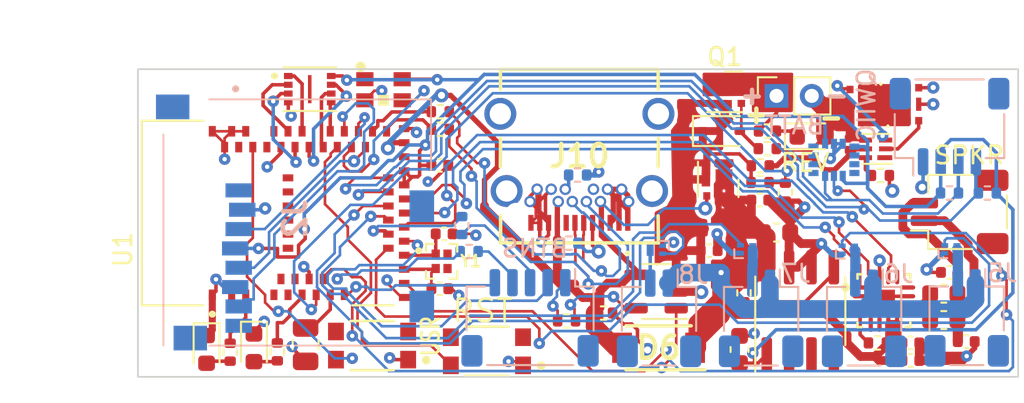
<source format=kicad_pcb>
(kicad_pcb (version 20221018) (generator pcbnew)
  (layers (0 "F.Cu" mixed) (1 "In1.Cu" power) (2 "In2.Cu" power) (31 "B.Cu" mixed) (34 "B.Paste" user) (35 "F.Paste" user) (36 "B.SilkS" user "B.Silkscreen") (37 "F.SilkS" user "F.Silkscreen") (38 "B.Mask" user) (39 "F.Mask" user) (44 "Edge.Cuts" user))
  (net 0 "")
  (net 1 "VCC")
  (net 2 "GND")
  (net 3 "/AREF")
  (net 4 "/i2s_amp/SPKR_N")
  (net 5 "/i2s_amp/SPKR_P")
  (net 6 "/Power Management/BATT_PROT_+")
  (net 7 "Net-(U3-BAT)")
  (net 8 "/Power Management/BATT_RAW_-")
  (net 9 "VDD")
  (net 10 "/Power Management/VBUS")
  (net 11 "/NEOPIX")
  (net 12 "Net-(D3-A)")
  (net 13 "Net-(D4-A)")
  (net 15 "Net-(D2-A)")
  (net 16 "/i2s_amp/SOUND_OUT_N")
  (net 17 "/i2s_amp/SOUND_OUT_P")
  (net 18 "/QSPI_CS")
  (net 19 "/QSPI_D1")
  (net 20 "/QSPI_D2")
  (net 21 "/QSPI_D0")
  (net 22 "/QSPI_SCK")
  (net 23 "/QSPI_D3")
  (net 24 "Net-(D5-K)")
  (net 31 "/Power Management/BATT_RAW_+")
  (net 33 "/MOSI")
  (net 34 "/SCK")
  (net 35 "/MISO")
  (net 38 "/CONN_USB_D+")
  (net 39 "/CONN_USB_D-")
  (net 41 "/SDA")
  (net 42 "/SCL")
  (net 43 "/A0")
  (net 44 "/A2")
  (net 45 "Net-(Q2-D)")
  (net 46 "Net-(Q2-G)")
  (net 47 "Net-(Q3-G)")
  (net 48 "/D9")
  (net 49 "/D10")
  (net 50 "/D6")
  (net 51 "/D5")
  (net 52 "/MCU_USB_D-")
  (net 53 "/MCU_USB_D+")
  (net 54 "/LED2")
  (net 55 "/LED1")
  (net 56 "Net-(U2-~{SD_MODE})")
  (net 57 "Net-(U3-V-)")
  (net 58 "Net-(U4-PROG)")
  (net 59 "/VDIV")
  (net 60 "/A1")
  (net 61 "/A3")
  (net 62 "/RESET")
  (net 63 "/SWITCH")
  (net 68 "/A4")
  (net 69 "/D11")
  (net 70 "/D12")
  (net 71 "/D13")
  (net 73 "/RXD")
  (net 74 "/TXD")
  (net 88 "/XL1")
  (net 89 "/XL2")
  (net 91 "/Blade LED Out/Blade_1_Out")
  (net 92 "/Blade LED Out/Blade_2_Out")
  (net 93 "/Blade LED Out/Blade_3_Out")
  (net 94 "/Blade LED Out/Blade_4_Out")
  (net 96 "Net-(IC3-EN)")
  (net 97 "Net-(J9-Pin_3)")
  (net 98 "Net-(J9-Pin_4)")
  (net 103 "Net-(J10-CC1)")
  (net 105 "Net-(J10-CC2)")
  (footprint "Imports:USON-8-03x02mm-PSON50P200X300X50-9N" (layer "F.Cu") (at 80.16 92.238031)
    (fp_text reference "IC1" hide)
    (fp_text value "Flash_16Mb" hide)
  )
  (footprint "Imports:CK_Components-KMR231NG_LFS-MFG" (layer "F.Cu") (at 83.7 106.82 180)
    (fp_text reference "SW2" hide)
    (fp_text value "USR")
  )
  (footprint "Imports:DMP1012UFDF" (layer "F.Cu") (at 103.7375 92.395)
    (fp_text reference "Q1")
    (fp_text value "DMP1012UFDF" hide)
  )
  (footprint "Resistor_SMD:R_0402_1005Metric" (layer "F.Cu") (at 104.825 103.82 -90)
    (fp_text reference "R15" hide)
    (fp_text value "100k" hide)
  )
  (footprint "Resistor_SMD:R_0402_1005Metric" (layer "F.Cu") (at 106.15 95.62)
    (fp_text reference "R12" hide)
    (fp_text value "200" hide)
  )
  (footprint "LED_SMD:LED_0603_1608Metric" (layer "F.Cu") (at 74.3 107.038031 -90)
    (fp_text reference "D2" hide)
    (fp_text value "BLUE" hide)
  )
  (footprint "Resistor_SMD:R_0402_1005Metric" (layer "F.Cu") (at 96.85 104.97)
    (fp_text reference "R16" hide)
    (fp_text value "100k" hide)
  )
  (footprint "Resistor_SMD:R_0402_1005Metric" (layer "F.Cu") (at 75.64 107.198031 90)
    (fp_text reference "R3" hide)
    (fp_text value "1k" hide)
  )
  (footprint "Resistor_SMD:R_0402_1005Metric" (layer "F.Cu") (at 78.32 107.178031 90)
    (fp_text reference "R4" hide)
    (fp_text value "1k" hide)
  )
  (footprint "Capacitor_SMD:C_0402_1005Metric" (layer "F.Cu") (at 87.55 96.57 180)
    (fp_text reference "C1" hide)
    (fp_text value "10u" hide)
  )
  (footprint "Resistor_SMD:R_0402_1005Metric" (layer "F.Cu") (at 107.175 98.095 -90)
    (fp_text reference "R14" hide)
    (fp_text value "100k" hide)
  )
  (footprint "Capacitor_SMD:C_0402_1005Metric" (layer "F.Cu") (at 114.305 106.67 180)
    (fp_text reference "C7" hide)
    (fp_text value "10u" hide)
  )
  (footprint "Resistor_SMD:R_0402_1005Metric" (layer "F.Cu") (at 105.75 96.595)
    (fp_text reference "R8" hide)
    (fp_text value "330" hide)
  )
  (footprint "Resistor_SMD:R_0402_1005Metric" (layer "F.Cu") (at 87.575 93.52 180)
    (fp_text reference "R2" hide)
    (fp_text value "22" hide)
  )
  (footprint "LED_SMD:LED_0603_1608Metric" (layer "F.Cu") (at 76.99 106.948031 -90)
    (fp_text reference "D3" hide)
    (fp_text value "RED" hide)
  )
  (footprint "Capacitor_SMD:C_0402_1005Metric" (layer "F.Cu") (at 117.45 106.595 180)
    (fp_text reference "C6" hide)
    (fp_text value "220p" hide)
  )
  (footprint "Capacitor_SMD:C_0603_1608Metric" (layer "F.Cu") (at 116.17534 103.87 180)
    (fp_text reference "FB1" hide)
    (fp_text value "FB_Sm" hide)
  )
  (footprint "Capacitor_SMD:C_0402_1005Metric" (layer "F.Cu") (at 87.795 100.468031)
    (fp_text reference "C3" hide)
    (fp_text value "22p" hide)
  )
  (footprint "Package_SON:WSON-6_1.5x1.5mm_P0.5mm" (layer "F.Cu") (at 112.3 95.633 180)
    (fp_text reference "U3" hide)
    (fp_text value "BQ29705DSER " hide)
  )
  (footprint "Capacitor_SMD:C_0603_1608Metric" (layer "F.Cu") (at 106.675 100.395)
    (fp_text reference "C11" hide)
    (fp_text value "4.7u" hide)
  )
  (footprint "LED_SMD:LED_0603_1608Metric" (layer "F.Cu") (at 108.6375 94.92)
    (fp_text reference "D5" hide)
    (fp_text value "REV")
  )
  (footprint "Resistor_SMD:R_0402_1005Metric" (layer "F.Cu") (at 94.75 105.42 180)
    (fp_text reference "R11" hide)
    (fp_text value "2.0k" hide)
  )
  (footprint "MaximCustom:Maxim_Integrated-T1633-4-0-V-IPC_C" (layer "F.Cu") (at 112.77445 104.26644)
    (fp_text reference "U2" hide)
    (fp_text value "MAX98357AETE+T" hide)
  )
  (footprint "Resistor_SMD:R_0402_1005Metric" (layer "F.Cu") (at 87.575 94.52 180)
    (fp_text reference "R1" hide)
    (fp_text value "22" hide)
  )
  (footprint "Package_TO_SOT_SMD:SOT-23-5" (layer "F.Cu") (at 99.8375 103.745 180)
    (fp_text reference "U4" hide)
    (fp_text value "MCP73832-2-OT" hide)
  )
  (footprint "Imports:WS2812B-2020" (layer "F.Cu") (at 84.35 92.27 180)
    (fp_text reference "D1" hide)
    (fp_text value "WS2812B" hide)
  )
  (footprint "Imports:CK_Components-KMR231NG_LFS-MFG" (layer "F.Cu") (at 90.225 107.145 180)
    (fp_text reference "SW1" hide)
    (fp_text value "RST")
  )
  (footprint "Imports:SSM6K504NULF" (layer "F.Cu") (at 114.1 93.095)
    (fp_text reference "Q2" hide)
    (fp_text value "SSM6K504NU.LF" hide)
  )
  (footprint "Resistor_SMD:R_0402_1005Metric" (layer "F.Cu") (at 112.575 97.145)
    (fp_text reference "R9" hide)
    (fp_text value "2.2k" hide)
  )
  (footprint "Capacitor_SMD:C_0402_1005Metric" (layer "F.Cu") (at 114.305 107.67)
    (fp_text reference "C8" hide)
    (fp_text value "100 nF" hide)
  )
  (footprint "Package_SO:SOIC-8_3.9x4.9mm_P1.27mm" (layer "F.Cu") (at 108.025 104.845 90)
    (fp_text reference "IC3" hide)
    (fp_text value "AP2115M-3.3TRG1" hide)
  )
  (footprint "Resistor_SMD:R_0402_1005Metric" (layer "F.Cu") (at 112.405 106.67)
    (fp_text reference "R7" hide)
    (fp_text value "1M" hide)
  )
  (footprint "Capacitor_SMD:C_0402_1005Metric" (layer "F.Cu") (at 105.725 98.545)
    (fp_text reference "C15" hide)
    (fp_text value "10u" hide)
  )
  (footprint "Connector_PinSocket_2.00mm:PinSocket_1x02_P2.00mm_Vertical" (layer "F.Cu") (at 106.675 92.62 90)
    (fp_text reference "J1" hide)
    (fp_text value "BATT")
  )
  (footprint "Imports:Molex USB-C Horizontal 2171830001" (layer "F.Cu") (at 95.475 96.045 180)
    (fp_text reference "J10")
    (fp_text value "217183-0001" hide)
  )
  (footprint "Resistor_SMD:R_0402_1005Metric" (layer "F.Cu") (at 105.74 97.545)
    (fp_text reference "R13" hide)
    (fp_text value "100k" hide)
  )
  (footprint "Diode_SMD:D_SOD-323" (layer "F.Cu") (at 103.5375 94.62)
    (fp_text reference "D4" hide)
    (fp_text value "BZX38450" hide)
  )
  (footprint "Imports:XCVR_MDBT50Q-1MV2" (layer "F.Cu") (at 78.375 99.283031 90)
    (fp_text reference "U1")
    (fp_text value "MDBT50Q-1MV2")
  )
  (footprint "Connector_JST:JST_SH_SM02B-SRSS-TB_1x02-1MP_P1.00mm_Horizontal" (layer "F.Cu") (at 117.075 99.22 90)
    (fp_text reference "J4" hide)
    (fp_text value "SPKR")
  )
  (footprint "Imports:SSM6K504NULF" (layer "F.Cu") (at 111.5 93.195 180)
    (fp_text reference "Q3" hide)
    (fp_text value "SSM6K504NU.LF" hide)
  )
  (footprint "Capacitor_SMD:C_0805_2012Metric" (layer "F.Cu") (at 79.925 106.77 90)
    (fp_text reference "C4" hide)
    (fp_text value "0.1 uF" hide)
  )
  (footprint "Capacitor_SMD:C_0603_1608Metric" (layer "F.Cu") (at 104.575 107.045 90)
    (fp_text reference "C12" hide)
    (fp_text value "4.7u" hide)
  )
  (footprint "Imports:SODFL4725X105N" (layer "F.Cu") (at 99.975 106.945 180)
    (fp_text reference "D6")
    (fp_text value "RSX501LAM20TR" hide)
  )
  (footprint "Capacitor_SMD:C_0402_1005Metric" (layer "F.Cu") (at 102.85 101.42)
    (fp_text reference "C9" hide)
    (fp_text value "10u" hide)
  )
  (footprint "Imports:DMP1012UFDF" (layer "F.Cu") (at 103.3625 97.37 -90)
    (fp_text reference "Q4" hide)
    (fp_text value "DMP1012UFDF" hide)
  )
  (footprint "Capacitor_SMD:C_0603_1608Metric" (layer "F.Cu") (at 116.17534 105.37 180)
    (fp_text reference "FB2" hide)
    (fp_text value "FB_Sm" hide)
  )
  (footprint "Capacitor_SMD:C_0402_1005Metric" (layer "F.Cu") (at 116.49534 102.66)
    (fp_text reference "C5" hide)
    (fp_text value "220p" hide)
  )
  (footprint "Resistor_SMD:R_0402_1005Metric" (layer "F.Cu") (at 106.16 94.62)
    (fp_text reference "R10" hide)
    (fp_text value "1k" hide)
  )
  (footprint "Imports:XTAL_ECS-.327-12.5-1210B-N-TR" (layer "F.Cu") (at 87.65 102.028031)
    (fp_text reference "Y1")
    (fp_text value "32.768k" hide)
  )
  (footprint "Capacitor_SMD:C_0402_1005Metric" (layer "F.Cu") (at 87.55 103.588031)
    (fp_text reference "C2" hide)
    (fp_text value "22p" hide)
  )
  (footprint "Capacitor_SMD:C_0201_0603Metric" (layer "F.Cu") (at 110.75 95.37 90)
    (fp_text reference "C10" hide)
    (fp_text value "0.1 uF" hide)
  )
  (footprint "Resistor_SMD:R_0402_1005Metric" (layer "B.Cu") (at 88.8 99.995 90)
    (fp_text reference "R21" hide)
    (fp_text value "1k" hide)
  )
  (footprint "Connector_JST:JST_SH_SM05B-SRSS-TB_1x05-1MP_P1.00mm_Horizontal" (layer "B.Cu") (at 92.675 105.245 180)
    (fp_text reference "J9" hide)
    (fp_text value "BTNS")
  )
  (footprint "Package_DFN_QFN:Diodes_DFN1006-3" (layer "B.Cu") (at 99.85 101.37 180)
    (fp_text reference "Q8" hide)
    (fp_text value "PMZB290UNE2YL" hide)
  )
  (footprint "Resistor_SMD:R_0402_1005Metric" (layer "B.Cu") (at 95.375 97.12)
    (fp_text reference "R23" hide)
    (fp_text value "5k1" hide)
  )
  (footprint "Resistor_SMD:R_0402_1005Metric" (layer "B.Cu") (at 94.885 100.995 180)
    (fp_text reference "R24" hide)
    (fp_text value "5k1" hide)
  )
  (footprint "Connector_JST:JST_SH_SM04B-SRSS-TB_1x04-1MP_P1.00mm_Horizontal" (layer "B.Cu") (at 116.5 94.37)
    (fp_text reference "J3" hide)
    (fp_text value "QWIIC")
  )
  (footprint "Connector_JST:JST_SH_SM02B-SRSS-TB_1x02-1MP_P1.00mm_Horizontal" (layer "B.Cu") (at 100 105.27 180)
    (fp_text reference "J8")
    (fp_text value "BLADE_4")
  )
  (footprint "Package_DFN_QFN:Diodes_DFN1006-3" (layer "B.Cu") (at 104.975 101.345)
    (fp_text reference "Q7" hide)
    (fp_text value "PMZB290UNE2YL" hide)
  )
  (footprint "Package_DFN_QFN:Diodes_DFN1006-3" (layer "B.Cu") (at 116.575 101.345)
    (fp_text reference "Q5" hide)
    (fp_text value "PMZB290UNE2YL" hide)
  )
  (footprint "Connector_JST:JST_SH_SM02B-SRSS-TB_1x02-1MP_P1.00mm_Horizontal" (layer "B.Cu") (at 105.8 105.27 180)
    (fp_text reference "J7")
    (fp_text value "BLADE_3")
  )
  (footprint "Resistor_SMD:R_0402_1005Metric" (layer "B.Cu") (at 89.215 101.47 180)
    (fp_text reference "R22" hide)
    (fp_text value "1k" hide)
  )
  (footprint "Imports:GTFP08431BEU" (layer "B.Cu") (at 79.45 99.82 90)
    (fp_text reference "J2")
    (fp_text value "GTFP08431BEU" hide)
  )
  (footprint "Connector_JST:JST_SH_SM02B-SRSS-TB_1x02-1MP_P1.00mm_Horizontal" (layer "B.Cu") (at 117.475 105.245 180)
    (fp_text reference "J5")
    (fp_text value "BLADE_1")
  )
  (footprint "Package_DFN_QFN:Diodes_DFN1006-3" (layer "B.Cu") (at 110.75 101.37)
    (fp_text reference "Q6" hide)
    (fp_text value "PMZB290UNE2YL" hide)
  )
  (footprint "Resistor_SMD:R_0402_1005Metric" (layer "B.Cu") (at 118.65 98.145)
    (fp_text reference "R6" hide)
    (fp_text value "2.0k" hide)
  )
  (footprint "Imports:LSM6DSLTR" (layer "B.Cu") (at 109.935 96.25594)
    (fp_text reference "IC2" hide)
    (fp_text value "LSM6DSLTR" hide)
  )
  (footprint "Resistor_SMD:R_0402_1005Metric" (layer "B.Cu") (at 116.5 98.145)
    (fp_text reference "R5" hide)
    (fp_text value "2.0k" hide)
  )
  (footprint "Connector_JST:JST_SH_SM02B-SRSS-TB_1x02-1MP_P1.00mm_Horizontal" (layer "B.Cu") (at 111.65 105.27 180)
    (fp_text reference "J6")
    (fp_text value "BLADE_2")
  )
  (gr_rect (start 70.4 91.1) (end 120.4 108.6) (stroke (width 0.1)) (fill none) (layer "Edge.Cuts"))
  (gr_text "-" (at 110.875 93.17) (layer "B.SilkS") (effects (font (size 1 1) (thickness 0.25) bold) (justify left bottom mirror)))
  (gr_text "+" (at 104.5 93.17) (layer "B.SilkS") (effects (font (size 1 1) (thickness 0.25) bold) (justify left bottom)))
  (gr_text "+" (at 106.313641 94.24) (layer "F.SilkS") (effects (font (size 1 1) (thickness 0.25) bold) (justify left bottom mirror)))
  (gr_text "-" (at 109 94.42) (layer "F.SilkS") (effects (font (size 1 1) (thickness 0.25) bold) (justify left bottom)))
  (segment (start 85.988031 97.22) (end 85.525 97.683031) (width 0.2) (layer "F.Cu") (net 1))
  (segment (start 86.400688 97.119312) (end 86.3 97.22) (width 0.2) (layer "F.Cu") (net 1))
  (segment (start 78.325 101.295) (end 77.25 101.295) (width 0.2) (layer "F.Cu") (net 1))
  (segment (start 86.3 97.22) (end 85.861969 97.22) (width 0.2) (layer "F.Cu") (net 1))
  (segment (start 86.400688 95.742259) (end 86.400688 96.62) (width 0.2) (layer "F.Cu") (net 1))
  (segment (start 105.425 107.82) (end 105.425 107.345) (width 0.2) (layer "F.Cu") (net 1))
  (segment (start 105.62 107.82) (end 106.12 107.32) (width 0.2) (layer "F.Cu") (net 1))
  (segment (start 79.9 100.745) (end 79.525 101.12) (width 0.2) (layer "F.Cu") (net 1))
  (segment (start 87.373 91.6725) (end 85.41 91.6725) (width 0.2) (layer "F.Cu") (net 1))
  (segment (start 78.325 101.783031) (end 78.325 101.295) (width 0.2) (layer "F.Cu") (net 1))
  (segment (start 79.9 100.245) (end 79.9 100.745) (width 0.2) (layer "F.Cu") (net 1))
  (segment (start 86.3 97.22) (end 85.988031 97.22) (width 0.2) (layer "F.Cu") (net 1))
  (segment (start 82.028529 91.488031) (end 81.38 91.488031) (width 0.2) (layer "F.Cu") (net 1))
  (segment (start 105.425 107.345) (end 105.325 107.245) (width 0.2) (layer "F.Cu") (net 1))
  (segment (start 86.400688 96.62) (end 86.400688 97.119312) (width 0.2) (layer "F.Cu") (net 1))
  (segment (start 85.525 97.683031) (end 85.525 96.883031) (width 0.2) (layer "F.Cu") (net 1))
  (segment (start 87.4 91.6995) (end 87.373 91.6725) (width 0.2) (layer "F.Cu") (net 1))
  (segment (start 79.85 100.195) (end 79.9 100.245) (width 0.2) (layer "F.Cu") (net 1))
  (segment (start 85.861969 97.22) (end 85.525 96.883031) (width 0.2) (layer "F.Cu") (net 1))
  (segment (start 87.07 96.57) (end 86.450688 96.57) (width 0.2) (layer "F.Cu") (net 1))
  (segment (start 86.450688 96.57) (end 86.400688 96.62) (width 0.2) (layer "F.Cu") (net 1))
  (segment (start 86.731221 95.411726) (end 86.400688 95.742259) (width 0.2) (layer "F.Cu") (net 1))
  (segment (start 79.525 101.783031) (end 78.325 101.783031) (width 0.2) (layer "F.Cu") (net 1))
  (segment (start 105.425 107.82) (end 105.62 107.82) (width 0.2) (layer "F.Cu") (net 1))
  (segment (start 82.267749 91.727251) (end 82.028529 91.488031) (width 0.2) (layer "F.Cu") (net 1))
  (segment (start 104.575 107.82) (end 105.425 107.82) (width 0.2) (layer "F.Cu") (net 1))
  (segment (start 79.525 101.12) (end 79.525 101.783031) (width 0.2) (layer "F.Cu") (net 1))
  (via (at 82.267749 91.727251) (size 0.65) (drill 0.25) (layers "F.Cu" "B.Cu") (net 1))
  (via (at 105.325 107.245) (size 0.65) (drill 0.25) (layers "F.Cu" "B.Cu") (net 1))
  (via (at 77.25 101.295) (size 0.65) (drill 0.25) (layers "F.Cu" "B.Cu") (net 1))
  (via (at 87.4 91.6995) (size 0.65) (drill 0.25) (layers "F.Cu" "B.Cu") (net 1))
  (via (at 79.85 100.195) (size 0.65) (drill 0.25) (layers "F.Cu" "B.Cu") (net 1))
  (via (at 86.731221 95.411726) (size 0.65) (drill 0.25) (layers "F.Cu" "B.Cu") (net 1))
  (segment (start 79.85 100.195) (end 79.85 99.32533) (width 0.2) (layer "B.Cu") (net 1))
  (segment (start 116 96.37) (end 116 98.135) (width 0.2) (layer "B.Cu") (net 1))
  (segment (start 111.848498 97.59294) (end 111.848498 95.193498) (width 0.2) (layer "B.Cu") (net 1))
  (segment (start 104.415 93.785) (end 108.985 93.785) (width 0.2) (layer "B.Cu") (net 1))
  (segment (start 110.44 93.785) (end 108.985 93.785) (width 0.2) (layer "B.Cu") (net 1))
  (segment (start 118.415097 95.105) (end 116.584903 95.105) (width 0.2) (layer "B.Cu") (net 1))
  (segment (start 84.88945 96.295) (end 85.772724 95.411726) (width 0.2) (layer "B.Cu") (net 1))
  (segment (start 112.881349 98.91) (end 111.848498 97.877149) (width 0.2) (layer "B.Cu") (net 1))
  (segment (start 82.2955 91.6995) (end 87.4 91.6995) (width 0.2) (layer "B.Cu") (net 1))
  (segment (start 85.772724 95.411726) (end 86.731221 95.411726) (width 0.2) (layer "B.Cu") (net 1))
  (segment (start 105.325 107.245) (end 106.65 105.92) (width 0.2) (layer "B.Cu") (net 1))
  (segment (start 111.848498 95.193498) (end 110.44 93.785) (width 0.2) (layer "B.Cu") (net 1))
  (segment (start 119.16 98.145) (end 119.16 95.849903) (width 0.2) (layer "B.Cu") (net 1))
  (segment (start 118 105.92) (end 120.1 103.82) (width 0.2) (layer "B.Cu") (net 1))
  (segment (start 110.435 97.40544) (end 110.6225 97.59294) (width 0.2) (layer "B.Cu") (net 1))
  (segment (start 116.584903 95.105) (end 116 95.689903) (width 0.2) (layer "B.Cu") (net 1))
  (segment (start 89.7705 91.6995) (end 90.07 91.4) (width 0.2) (layer "B.Cu") (net 1))
  (segment (start 90.07 91.4) (end 102.03 91.4) (width 0.2) (layer "B.Cu") (net 1))
  (segment (start 111.848498 95.693938) (end 111.848498 97.59294) (width 0.2) (layer "B.Cu") (net 1))
  (segment (start 86.731221 95.411726) (end 86.85 95.292947) (width 0.2) (layer "B.Cu") (net 1))
  (segment (start 119.16 95.849903) (end 118.415097 95.105) (width 0.2) (layer "B.Cu") (net 1))
  (segment (start 120.1 99.085) (end 119.16 98.145) (width 0.2) (layer "B.Cu") (net 1))
  (segment (start 111.6605 95.50594) (end 111.848498 95.693938) (width 0.2) (layer "B.Cu") (net 1))
  (segment (start 111.848498 97.877149) (end 111.848498 97.59294) (width 0.2) (layer "B.Cu") (net 1))
  (segment (start 115.99 98.145) (end 115.225 98.91) (width 0.2) (layer "B.Cu") (net 1))
  (segment (start 81.892797 97.282533) (end 83.638998 97.282533) (width 0.2) (layer "B.Cu") (net 1))
  (segment (start 86.85 94.62) (end 90.07 91.4) (width 0.2) (layer "B.Cu") (net 1))
  (segment (start 106.65 105.92) (end 118 105.92) (width 0.2) (layer "B.Cu") (net 1))
  (segment (start 82.267749 91.727251) (end 82.2955 91.6995) (width 0.2) (layer "B.Cu") (net 1))
  (segment (start 110.435 97.16794) (end 110.435 97.40544) (width 0.2) (layer "B.Cu") (net 1))
  (segment (start 116 95.689903) (end 116 96.37) (width 0.2) (layer "B.Cu") (net 1))
  (segment (start 75.925 101.295) (end 77.25 101.295) (width 0.2) (layer "B.Cu") (net 1))
  (segment (start 79.85 99.32533) (end 81.892797 97.282533) (width 0.2) (layer "B.Cu") (net 1))
  (segment (start 109.435 94.235) (end 108.985 93.785) (width 0.2) (layer "B.Cu") (net 1))
  (segment (start 110.6225 97.59294) (end 111.848498 97.59294) (width 0.2) (layer "B.Cu") (net 1))
  (segment (start 87.4 91.6995) (end 89.7705 91.6995) (width 0.2) (layer "B.Cu") (net 1))
  (segment (start 120.1 103.82) (end 120.1 99.085) (width 0.2) (layer "B.Cu") (net 1))
  (segment (start 84.626531 96.295) (end 84.88945 96.295) (width 0.2) (layer "B.Cu") (net 1))
  (segment (start 83.638998 97.282533) (end 84.626531 96.295) (width 0.2) (layer "B.Cu") (net 1))
  (segment (start 86.85 95.292947) (end 86.85 94.62) (width 0.2) (layer "B.Cu") (net 1))
  (segment (start 115.225 98.91) (end 112.881349 98.91) (width 0.2) (layer "B.Cu") (net 1))
  (segment (start 111.098 95.50594) (end 111.6605 95.50594) (width 0.2) (layer "B.Cu") (net 1))
  (segment (start 102.03 91.4) (end 104.415 93.785) (width 0.2) (layer "B.Cu") (net 1))
  (segment (start 109.435 95.34394) (end 109.435 94.235) (width 0.2) (layer "B.Cu") (net 1))
  (segment (start 98.775 106.4955) (end 98.775 105.917183) (width 0.2) (layer "F.Cu") (net 2))
  (segment (start 112.52445 102.91589) (end 112.52445 104.01644) (width 0.2) (layer "F.Cu") (net 2))
  (segment (start 107.39 101.17) (end 107.39 100.455) (width 0.5) (layer "F.Cu") (net 2))
  (segment (start 83.836 92.324) (end 83.29 92.87) (width 0.15) (layer "F.Cu") (net 2))
  (segment (start 107.45 100.395) (end 107.45 99.79) (width 0.5) (layer "F.Cu") (net 2))
  (segment (start 74.833207 103.051639) (end 74.833608 103.051639) (width 0.2) (layer "F.Cu") (net 2))
  (segment (start 75.325 95.033031) (end 75.325 95.533031) (width 0.15) (layer "F.Cu") (net 2))
  (segment (start 93.975 104.5705) (end 94.24 104.8355) (width 0.15) (layer "F.Cu") (net 2))
  (segment (start 97.4 99.665) (end 97.4 98.255) (width 0.3) (layer "F.Cu") (net 2))
  (segment (start 117.93 106.595) (end 117.93 106.965) (width 0.3) (layer "F.Cu") (net 2))
  (segment (start 79.100921 93.762743) (end 78.94 93.601822) (width 0.2) (layer "F.Cu") (net 2))
  (segment (start 93.225 99.84) (end 93.225 98.08) (width 0.2) (layer "F.Cu") (net 2))
  (segment (start 76.525 94.633031) (end 75.725 94.633031) (width 0.15) (layer "F.Cu") (net 2))
  (segment (start 98.225 98.28) (end 97.875 97.93) (width 0.3) (layer "F.Cu") (net 2))
  (segment (start 98.225 99.84) (end 98.225 98.68) (width 0.3) (layer "F.Cu") (net 2))
  (segment (start 85.525 94.483031) (end 86.013031 94.483031) (width 0.2) (layer "F.Cu") (net 2))
  (segment (start 107.39 102.37) (end 107.39 101.17) (width 0.5) (layer "F.Cu") (net 2))
  (segment (start 93.725 99.84) (end 93.55 99.665) (width 0.2) (layer "F.Cu") (net 2))
  (segment (start 93 98.955) (end 92.675 98.63) (width 0.15) (layer "F.Cu") (net 2))
  (segment (start 93 99.565) (end 93 98.955) (width 0.15) (layer "F.Cu") (net 2))
  (segment (start 108.075 101.02) (end 107.45 100.395) (width 0.5) (layer "F.Cu") (net 2))
  (segment (start 108.66 102.37) (end 108.66 101.585) (width 0.5) (layer "F.Cu") (net 2))
  (segment (start 93.225 99.34) (end 93.225 98.92) (width 0.15) (layer "F.Cu") (net 2))
  (segment (start 92.725 99.84) (end 93.225 99.34) (width 0.15) (layer "F.Cu") (net 2))
  (segment (start 107.175 98.605) (end 107.930408 98.605) (width 0.3) (layer "F.Cu") (net 2))
  (segment (start 116.01534 102.66) (end 115.365 102.66) (width 0.2) (layer "F.Cu") (net 2))
  (segment (start 98.225 99.84) (end 98.225 99.08) (width 0.3) (layer "F.Cu") (net 2))
  (segment (start 100.975 103.745) (end 102.37 103.745) (width 0.5) (layer "F.Cu") (net 2))
  (segment (start 88.03 103.588031) (end 88.2455 103.588031) (width 0.15) (layer "F.Cu") (net 2))
  (segment (start 93.225 98.58) (end 93.875 97.93) (width 0.2) (layer "F.Cu") (net 2))
  (segment (start 93.725 100.532999) (end 93.325 100.932999) (width 0.2) (layer "F.Cu") (net 2))
  (segment (start 98.452817 105.595) (end 97.985 105.595) (width 0.2) (layer "F.Cu") (net 2))
  (segment (start 88.03 96.57) (end 87.104139 97.495861) (width 0.2) (layer "F.Cu") (net 2))
  (segment (start 114.785 106.67) (end 114.785 107.67) (width 0.5) (layer "F.Cu") (net 2))
  (segment (start 117.93 106.965) (end 117.475 107.42) (width 0.3) (layer "F.Cu") (net 2))
  (segment (start 93.725 99.68) (end 92.675 98.63) (width 0.2) (layer "F.Cu") (net 2))
  (segment (start 97.225 99.84) (end 97.4 99.665) (width 0.3) (layer "F.Cu") (net 2))
  (segment (start 108.66 101.585) (end 109.225 101.02) (width 0.5) (layer "F.Cu") (net 2))
  (segment (start 86.013031 94.483031) (end 86.225 94.695) (width 0.2) (layer "F.Cu") (net 2))
  (segment (start 107.875 102.37) (end 109.225 101.02) (width 0.5) (layer "F.Cu") (net 2))
  (segment (start 97.725 99.84) (end 97.725 98.08) (width 0.3) (layer "F.Cu") (net 2))
  (segment (start 93.225 99.84) (end 93.225 100.832999) (width 0.2) (layer "F.Cu") (net 2))
  (segment (start 107.45 98.88) (end 107.175 98.605) (width 0.5) (layer "F.Cu") (net 2))
  (segment (start 107.930408 98.605) (end 108.275757 98.950349) (width 0.3) (layer "F.Cu") (net 2))
  (segment (start 74.3 106.250531) (end 74.625 105.925531) (width 0.4) (layer "F.Cu") (net 2))
  (segment (start 89.518031 100.468031) (end 88.275 100.468031) (width 0.15) (layer "F.Cu") (net 2))
  (segment (start 74.833207 103.724824) (end 74.625 103.933031) (width 0.2) (layer "F.Cu") (net 2))
  (segment (start 93.225 99.84) (end 93.225 98.92) (width 0.2) (layer "F.Cu") (net 2))
  (segment (start 92.675 98.33) (end 93.075 97.93) (width 0.2) (layer "F.Cu") (net 2))
  (segment (start 80.125 102.63504) (end 80.125 103.033031) (width 0.2) (layer "F.Cu") (net 2))
  (segment (start 97.875 97.93) (end 97.075 97.93) (width 0.3) (layer "F.Cu") (net 2))
  (segment (start 111.4239 104.51644) (end 112.52445 104.51644) (width 0.2) (layer "F.Cu") (net 2))
  (segment (start 84.8 107.62) (end 84.7 107.52) (width 0.2) (layer "F.Cu") (net 2))
  (segment (start 103.33 100.5) (end 103.3 100.47) (width 0.5) (layer "F.Cu") (net 2))
  (segment (start 92.725 99.84) (end 93.225 99.84) (width 0.15) (layer "F.Cu") (net 2))
  (segment (start 115.535 107.42) (end 117.475 107.42) (width 0.5) (layer "F.Cu") (net 2))
  (segment (start 85.749999 107.62) (end 84.8 107.62) (width 0.2) (layer "F.Cu") (net 2))
  (segment (start 75.325 95.333031) (end 74.625 94.633031) (width 0.15) (layer "F.Cu") (net 2))
  (segment (start 93.075 99.19) (end 93.075 97.93) (width 0.2) (layer "F.Cu") (net 2))
  (segment (start 92.725 99.84) (end 93 99.565) (width 0.15) (layer "F.Cu") (net 2))
  (segment (start 105.402253 106.130837) (end 105.26309 106.27) (width 0.2) (layer "F.Cu") (net 2))
  (segment (start 79.160687 106.873855) (end 79.160687 106.955687) (width 0.2) (layer "F.Cu") (net 2))
  (segment (start 78.525 95.533031) (end 78.525 95.87) (width 0.2) (layer "F.Cu") (net 2))
  (segment (start 107.45 99.79) (end 106.205 98.545) (width 0.5) (layer "F.Cu") (net 2))
  (segment (start 84.25 92.324) (end 83.836 92.324) (width 0.15) (layer "F.Cu") (net 2))
  (segment (start 91.45 107.7205) (end 92.050499 107.7205) (width 0.15) (layer "F.Cu") (net 2))
  (segment (start 97.985 105.595) (end 97.36 104.97) (width 0.2) (layer "F.Cu") (net 2))
  (segment (start 79.160687 106.955687) (end 79.925 107.72) (width 0.2) (layer "F.Cu") (net 2))
  (segment (start 114.75 92.157) (end 115.563 92.157) (width 0.2) (layer "F.Cu") (net 2))
  (segment (start 117.225 107.67) (end 117.475 107.42) (width 0.5) (layer "F.Cu") (net 2))
  (segment (start 92.675 98.63) (end 92.675 98.33) (width 0.2) (layer "F.Cu") (net 2))
  (segment (start 113.085 97.855) (end 113.25 98.02) (width 0.2) (layer "F.Cu") (net 2))
  (segment (start 103.33 101.42) (end 103.33 100.5) (width 0.5) (layer "F.Cu") (net 2))
  (segment (start 93.225 99.18) (end 92.675 98.63) (width 0.2) (layer "F.Cu") (net 2))
  (segment (start 115.365 102.66) (end 115.2 102.495) (width 0.2) (layer "F.Cu") (net 2))
  (segment (start 93.55 99.665) (end 93.55 98.255) (width 0.2) (layer "F.Cu") (net 2))
  (segment (start 89.5945 100.5445) (end 89.518031 100.468031) (width 0.15) (layer "F.Cu") (net 2))
  (segment (start 97.725 98.08) (end 97.875 97.93) (width 0.3) (layer "F.Cu") (net 2))
  (segment (start 112.52445 102.91589) (end 112.52445 101.988345) (width 0.2) (layer "F.Cu") (net 2))
  (segment (start 97.725 98.58) (end 97.075 97.93) (width 0.3) (layer "F.Cu") (net 2))
  (segment (start 84.55 103.0945) (end 84.55 103.258031) (width 0.15) (layer "F.Cu") (net 2))
  (segment (start 107.39 102.37) (end 107.875 102.37) (width 0.5) (layer "F.Cu") (net 2))
  (segment (start 93.225 99.84) (end 93.225 99.18) (width 0.2) (layer "F.Cu") (net 2))
  (segment (start 93.725 99.84) (end 93.075 99.19) (width 0.2) (layer "F.Cu") (net 2))
  (segment (start 97.4 98.255) (end 97.075 97.93) (width 0.3) (layer "F.Cu") (net 2))
  (segment (start 94.24 104.8355) (end 94.24 105.42) (width 0.15) (layer "F.Cu") (net 2))
  (segment (start 74.625 105.925531) (end 74.625 103.933031) (width 0.4) (layer "F.Cu") (net 2))
  (segment (start 98.225 99.08) (end 97.075 97.93) (width 0.3) (layer "F.Cu") (net 2))
  (segment (start 88.2455 103.588031) (end 88.625 103.967531) (width 0.15) (layer "F.Cu") (net 2))
  (segment (start 115.563 92.157) (end 115.575 92.145) (width 0.2) (layer "F.Cu") (net 2))
  (segment (start 114.125 104.01644) (end 113.02445 104.01644) (width 0.2) (layer "F.Cu") (net 2))
  (segment (start 113.085 97.145) (end 113.085 97.855) (width 0.2) (layer "F.Cu") (net 2))
  (segment (start 109.225 101.02) (end 108.075 101.02) (width 0.5) (layer "F.Cu") (net 2))
  (segment (start 106.205 98.545) (end 107.115 98.545) (width 0.3) (layer "F.Cu") (net 2))
  (segment (start 107.45 100.395) (end 107.45 98.88) (width 0.5) (layer "F.Cu") (net 2))
  (segment (start 87.104139 97.495861) (end 86.867177 97.495861) (width 0.2) (layer "F.Cu") (net 2))
  (segment (start 75.725 94.633031) (end 75.325 95.033031) (width 0.15) (layer "F.Cu") (net 2))
  (segment (start 74.833207 103.051639) (end 74.833207 103.724824) (width 0.2) (layer "F.Cu") (net 2))
  (segment (start 97.725 99.84) (end 97.725 98.58) (width 0.3) (layer "F.Cu") (net 2))
  (segment (start 112.52445 101.988345) (end 112.528814 101.983981) (width 0.2) (layer "F.Cu") (net 2))
  (segment (start 93.225 98.92) (end 93.225 98.58) (width 0.2) (layer "F.Cu") (net 2))
  (segment (start 99.3495 107.07) (end 98.775 106.4955) (width 0.2) (layer "F.Cu") (net 2))
  (segment (start 107.45 100.395) (end 107.45 99.776106) (width 0.5) (layer "F.Cu") (net 2))
  (segment (start 93.725 99.84) (end 93.725 100.532999) (width 0.2) (layer "F.Cu") (net 2))
  (segment (start 78.94 93.601822) (end 78.94 92.988031) (width 0.2) (layer "F.Cu") (net 2))
  (segment (start 78.525 95.87) (end 77.74084 96.65416) (width 0.2) (layer "F.Cu") (net 2))
  (segment (start 98.225 99.84) (end 98.225 98.28) (width 0.3) (layer "F.Cu") (net 2))
  (segment (start 107.45 99.776106) (end 108.275757 98.950349) (width 0.5) (layer "F.Cu") (net 2))
  (segment (start 114.785 106.67) (end 115.535 107.42) (width 0.5) (layer "F.Cu") (net 2))
  (segment (start 114.785 107.67) (end 117.225 107.67) (width 0.5) (layer "F.Cu") (net 2))
  (segment (start 114.75 93.095) (end 115.575 93.095) (width 0.2) (layer "F.Cu") (net 2))
  (segment (start 98.775 105.917183) (end 98.452817 105.595) (width 0.2) (layer "F.Cu") (net 2))
  (segment (start 105.26309 106.27) (end 104.575 106.27) (width 0.2) (layer "F.Cu") (net 2))
  (segment (start 79.822225 102.332265) (end 80.125 102.63504) (width 0.2) (layer "F.Cu") (net 2))
  (segment (start 74.625 94.633031) (end 75.725 94.633031) (width 0.15) (layer "F.Cu") (net 2))
  (segment (start 74.833608 103.051639) (end 75.715 103.933031) (width 0.2) (layer "F.Cu") (net 2))
  (segment (start 84.55 103.258031) (end 85.375 104.083031) (width 0.15) (layer "F.Cu") (net 2))
  (segment (start 75.325 96.22) (end 75.325 95.533031) (width 0.15) (layer "F.Cu") (net 2))
  (segment (start 93.225 100.832999) (end 93.325 100.932999) (width 0.2) (layer "F.Cu") (net 2))
  (segment (start 76.99 106.03) (end 77.575 105.445) (width 0.2) (layer "F.Cu") (net 2))
  (segment (start 93.55 98.255) (end 93.875 97.93) (width 0.2) (layer "F.Cu") (net 2))
  (via (at 74.833207 103.051639) (size 0.65) (drill 0.25) (layers "F.Cu" "B.Cu") (net 2))
  (via (at 89.5945 100.5445) (size 0.65) (drill 0.25) (layers "F.Cu" "B.Cu") (net 2))
  (via (at 91.45 107.7205) (size 0.65) (drill 0.25) (layers "F.Cu" "B.Cu") (net 2))
  (via (at 75.325 96.22) (size 0.65) (drill 0.25) (layers "F.Cu" "B.Cu") (net 2))
  (via (at 115.2 102.495) (size 0.7) (drill 0.3) (layers "F.Cu" "B.Cu") (net 2))
  (via (at 84.55 103.0945) (size 0.65) (drill 0.25) (layers "F.Cu" "B.Cu") (net 2))
  (via (at 99.3495 107.07) (size 0.8) (drill 0.4) (layers "F.Cu" "B.Cu") (net 2))
  (via (at 105.402253 106.130837) (size 0.65) (drill 0.25) (layers "F.Cu" "B.Cu") (net 2))
  (via (at 93.325 100.932999) (size 0.65) (drill 0.25) (layers "F.Cu" "B.Cu") (net 2))
  (via (at 112.528814 101.983981) (size 0.7) (drill 0.3) (layers "F.Cu" "B.Cu") (net 2))
  (via (at 84.25 92.324) (size 0.65) (drill 0.25) (layers "F.Cu" "B.Cu") (net 2))
  (via (at 102.4 103.775) (size 0.8) (drill 0.4) (layers "F.Cu" "B.Cu") (net 2))
  (via (at 79.822225 102.332265) (size 0.65) (drill 0.25) (layers "F.Cu" "B.Cu") (net 2))
  (via (at 96.575 96.945) (size 0.65) (drill 0.25) (layers "F.Cu" "B.Cu") (net 2))
  (via (at 79.160687 106.873855) (size 0.65) (drill 0.25) (layers "F.Cu" "B.Cu") (net 2))
  (via (at 77.575 105.445) (size 0.65) (drill 0.25) (layers "F.Cu" "B.Cu") (net 2))
  (via (at 117.475 107.42) (size 0.65) (drill 0.25) (layers "F.Cu" "B.Cu") (net 2))
  (via (at 86.867177 97.495861) (size 0.6) (drill 0.2) (layers "F.Cu" "B.Cu") (net 2))
  (via (at 79.100921 93.762743) (size 0.65) (drill 0.25) (layers "F.Cu" "B.Cu") (net 2))
  (via (at 115.575 92.145) (size 0.7) (drill 0.3) (layers "F.Cu" "B.Cu") (net 2))
  (via (at 109.225 101.02) (size 0.65) (drill 0.25) (layers "F.Cu" "B.Cu") (net 2))
  (via (at 115.575 93.095) (size 0.7) (drill 0.3) (layers "F.Cu" "B.Cu") (net 2))
  (via (at 109.733411 96.178411) (size 0.65) (drill 0.25) (layers "F.Cu" "B.Cu") (net 2))
  (via (at 108.275757 98.950349) (size 0.65) (drill 0.25) (layers "F.Cu" "B.Cu") (net 2))
  (via (at 100.825 100.945) (size 0.65) (drill 0.25) (layers "F.Cu" "B.Cu") (net 2))
  (via (at 88.625 103.967531) (size 0.65) (drill 0.25) (layers "F.Cu" "B.Cu") (net 2))
  (via (at 77.74084 96.65416) (size 0.65) (drill 0.25) (layers "F.Cu" "B.Cu") (net 2))
  (via (at 93.975 104.5705) (size 0.65) (drill 0.25) (layers "F.Cu" "B.Cu") (net 2))
  (via (at 103.3 100.47) (size 0.65) (drill 0.25) (layers "F.Cu" "B.Cu") (net 2))
  (via (at 77.625 99.02) (size 0.7) (drill 0.3) (layers "F.Cu" "B.Cu") (net 2))
  (via (at 84.7 107.52) (size 0.65) (drill 0.25) (layers "F.Cu" "B.Cu") (net 2))
  (via (at 86.225 94.695) (size 0.65) (drill 0.25) (layers "F.Cu" "B.Cu") (net 2))
  (via (at 113.25 98.02) (size 0.8) (drill 0.4) (layers "F.Cu" "B.Cu") (net 2))
  (via (at 114.95 97.8205) (size 0.8) (drill 0.4) (layers "F.Cu" "B.Cu") (net 2))
  (segment (start 109.935 95.976822) (end 109.935 95.34394) (width 0.2) (layer "B.Cu") (net 2))
  (segment (start 94.2 103.72) (end 94.675 103.245) (width 0.15) (layer "B.Cu") (net 2))
  (segment (start 93.975 104.245) (end 93.98033 104.245) (width 0.15) (layer "B.Cu") (net 2))
  (segment (start 96.4 97.12) (end 96.575 96.945) (width 0.3) (layer "B.Cu") (net 2))
  (segment (start 115 97.7705) (end 114.95 97.8205) (width 0.2) (layer "B.Cu") (net 2))
  (segment (start 115 96.37) (end 115 97.7705) (width 0.2) (layer "B.Cu") (net 2))
  (segment (start 93.98033 104.245) (end 94.2 104.02533) (width 0.15) (layer "B.Cu") (net 2))
  (segment (start 95.885 97.12) (end 96.4 97.12) (width 0.3) (layer "B.Cu") (net 2))
  (segment (start 77.55 99.095) (end 77.625 99.02) (width 0.2) (layer "B.Cu") (net 2))
  (segment (start 109.225 101.02) (end 109.875 101.67) (width 0.3) (layer "B.Cu") (net 2))
  (segment (start 109.733411 96.178411) (end 109.935 95.976822) (width 0.2) (layer "B.Cu") (net 2))
  (segment (start 109.875 101.67) (end 110.4 101.67) (width 0.3) (layer "B.Cu") (net 2))
  (segment (start 93.387001 100.995) (end 93.325 100.932999) (width 0.2) (layer "B.Cu") (net 2))
  (segment (start 109.733411 96.107701) (end 110.435 95.406112) (width 0.2) (layer "B.Cu") (net 2))
  (segment (start 109.733411 96.178411) (end 109.733411 96.107701) (width 0.2) (layer "B.Cu") (net 2))
  (segment (start 100.4 100.945) (end 100.2 101.145) (width 0.15) (layer "B.Cu") (net 2))
  (segment (start 93.975 104.5705) (end 93.975 104.245) (width 0.15) (layer "B.Cu") (net 2))
  (segment (start 94.375 100.995) (end 93.387001 100.995) (width 0.2) (layer "B.Cu") (net 2))
  (segment (start 116.125 101.57) (end 115.2 102.495) (width 0.3) (layer "B.Cu") (net 2))
  (segment (start 100.825 100.945) (end 100.4 100.945) (width 0.15) (layer "B.Cu") (net 2))
  (segment (start 110.435 95.34394) (end 109.935 95.34394) (width 0.2) (layer "B.Cu") (net 2))
  (segment (start 75.276568 103.495) (end 74.833207 103.051639) (width 0.2) (layer "B.Cu") (net 2))
  (segment (start 94.2 104.02533) (end 94.2 103.72) (width 0.15) (layer "B.Cu") (net 2))
  (segment (start 104.125 101.57) (end 103.3 100.745) (width 0.3) (layer "B.Cu") (net 2))
  (segment (start 76.325 99.095) (end 77.55 99.095) (width 0.2) (layer "B.Cu") (net 2))
  (segment (start 103.3 100.745) (end 103.3 100.47) (width 0.3) (layer "B.Cu") (net 2))
  (segment (start 104.625 101.57) (end 104.125 101.57) (width 0.3) (layer "B.Cu") (net 2))
  (segment (start 81.325 104.77) (end 81.325 103.933031) (width 0.2) (layer "F.Cu") (net 3))
  (segment (start 80.275 105.82) (end 81.325 104.77) (width 0.2) (layer "F.Cu") (net 3))
  (segment (start 116.95034 102.685) (end 116.97534 102.66) (width 0.58) (layer "F.Cu") (net 4))
  (segment (start 114.394903 98.72) (end 115.075 98.72) (width 0.5) (layer "F.Cu") (net 4))
  (segment (start 116.97534 102.66) (end 116.97534 102.194945) (width 0.5) (layer "F.Cu") (net 4))
  (segment (start 115.250395 100.47) (end 114.201472 100.47) (width 0.5) (layer "F.Cu") (net 4))
  (segment (start 116.95034 103.87) (end 116.95034 102.685) (width 0.58) (layer "F.Cu") (net 4))
  (segment (start 114.201472 100.47) (end 113.85 100.118528) (width 0.5) (layer "F.Cu") (net 4))
  (segment (start 113.85 99.264903) (end 114.394903 98.72) (width 0.5) (layer "F.Cu") (net 4))
  (segment (start 113.85 100.118528) (end 113.85 99.264903) (width 0.5) (layer "F.Cu") (net 4))
  (segment (start 116.97534 102.194945) (end 115.250395 100.47) (width 0.5) (layer "F.Cu") (net 4))
  (segment (start 117.89034 104.43) (end 117.89034 102.006858) (width 0.5) (layer "F.Cu") (net 5))
  (segment (start 117.89034 102.006858) (end 117.56 101.676518) (width 0.5) (layer "F.Cu") (net 5))
  (segment (start 116.97534 106.59) (end 116.97534 105.395) (width 0.58) (layer "F.Cu") (net 5))
  (segment (start 117.56 101.063482) (end 116.216518 99.72) (width 0.5) (layer "F.Cu") (net 5))
  (segment (start 116.95034 105.37) (end 117.89034 104.43) (width 0.5) (layer "F.Cu") (net 5))
  (segment (start 116.216518 99.72) (end 115.075 99.72) (width 0.5) (layer "F.Cu") (net 5))
  (segment (start 117.56 101.676518) (end 117.56 101.063482) (width 0.5) (layer "F.Cu") (net 5))
  (segment (start 102.8125 95.92) (end 102.7125 96.02) (width 0.2) (layer "F.Cu") (net 6))
  (segment (start 105.23 97.545) (end 105.23 96.605) (width 0.2) (layer "F.Cu") (net 6))
  (segment (start 105.24 96.595) (end 104.565 95.92) (width 0.2) (layer "F.Cu") (net 6))
  (segment (start 102.7125 96.02) (end 102.7125 96.4325) (width 0.2) (layer "F.Cu") (net 6))
  (segment (start 104.565 95.92) (end 102.8125 95.92) (width 0.2) (layer "F.Cu") (net 6))
  (segment (start 110.75 96.045) (end 109.971002 96.823998) (width 0.3) (layer "F.Cu") (net 7))
  (segment (start 110.75 95.69) (end 110.75 96.045) (width 0.3) (layer "F.Cu") (net 7))
  (segment (start 110.807 95.633) (end 110.75 95.69) (width 0.3) (layer "F.Cu") (net 7))
  (segment (start 111.725 95.633) (end 110.807 95.633) (width 0.3) (layer "F.Cu") (net 7))
  (segment (start 106.690894 96.595) (end 106.26 96.595) (width 0.3) (layer "F.Cu") (net 7))
  (segment (start 107.140894 96.145) (end 106.690894 96.595) (width 0.3) (layer "F.Cu") (net 7))
  (segment (start 108.733521 96.145) (end 107.140894 96.145) (width 0.3) (layer "F.Cu") (net 7))
  (segment (start 109.971002 96.823998) (end 109.412519 96.823998) (width 0.3) (layer "F.Cu") (net 7))
  (segment (start 111.1 95.695) (end 109.971002 96.823998) (width 0.3) (layer "F.Cu") (net 7))
  (segment (start 109.412519 96.823998) (end 108.733521 96.145) (width 0.3) (layer "F.Cu") (net 7))
  (segment (start 111.617 95.025) (end 111.1 95.025) (width 0.3) (layer "F.Cu") (net 8))
  (segment (start 111.725 95.133) (end 111.642 95.05) (width 0.3) (layer "F.Cu") (net 8))
  (segment (start 111.49 95.133) (end 110.85 94.493) (width 0.3) (layer "F.Cu") (net 8))
  (segment (start 111.725 95.133) (end 111.49 95.133) (width 0.3) (layer "F.Cu") (net 8))
  (segment (start 110.75 95.05) (end 110.75 94.283) (width 0.3) (layer "F.Cu") (net 8))
  (segment (start 110.188 94.133) (end 110.6 94.133) (width 1) (layer "F.Cu") (net 8))
  (segment (start 111.642 95.05) (end 110.75 95.05) (width 0.3) (layer "F.Cu") (net 8))
  (segment (start 109.425 94.92) (end 109.425 93.37) (width 1) (layer "F.Cu") (net 8))
  (segment (start 111.725 95.133) (end 111.617 95.025) (width 0.3) (layer "F.Cu") (net 8))
  (segment (start 108.675 92.62) (end 110.188 94.133) (width 1) (layer "F.Cu") (net 8))
  (segment (start 109.25 93.195) (end 110.65 93.195) (width 1) (layer "F.Cu") (net 8))
  (segment (start 111.1 95.025) (end 111.1 94.743) (width 0.3) (layer "F.Cu") (net 8))
  (segment (start 110.793 95.05) (end 111.1 94.743) (width 0.3) (layer "F.Cu") (net 8))
  (segment (start 110.85 94.133) (end 110.85 93.195) (width 0.5) (layer "F.Cu") (net 8))
  (segment (start 108.675 92.62) (end 109.25 93.195) (width 1) (layer "F.Cu") (net 8))
  (segment (start 110.75 94.283) (end 110.6 94.133) (width 0.3) (layer "F.Cu") (net 8))
  (segment (start 109.425 93.37) (end 108.675 92.62) (width 1) (layer "F.Cu") (net 8))
  (segment (start 110.85 94.493) (end 110.85 94.133) (width 0.5) (layer "F.Cu") (net 8))
  (segment (start 106.735 95.695) (end 108.65 95.695) (width 0.2) (layer "F.Cu") (net 8))
  (segment (start 108.65 95.695) (end 109.425 94.92) (width 0.2) (layer "F.Cu") (net 8))
  (segment (start 111.1 94.743) (end 110.85 94.493) (width 0.3) (layer "F.Cu") (net 8))
  (segment (start 105.284132 102.37) (end 106.12 102.37) (width 1) (layer "F.Cu") (net 9))
  (segment (start 103.3625 98.3075) (end 103.3625 97.695) (width 0.5) (layer "F.Cu") (net 9))
  (segment (start 106.12 102.37) (end 106.12 100.615) (width 1) (layer "F.Cu") (net 9))
  (segment (start 103.525 102.67) (end 105.82 102.67) (width 1) (layer "F.Cu") (net 9))
  (segment (start 105.245 98.545) (end 105.245 99.74) (width 0.5) (layer "F.Cu") (net 9))
  (segment (start 113.52445 105.61699) (end 113.52445 106.36945) (width 0.5) (layer "F.Cu") (net 9))
  (segment (start 113.825 106.67) (end 112.915 106.67) (width 0.5) (layer "F.Cu") (net 9))
  (segment (start 105.245 99.74) (end 105.9 100.395) (width 0.5) (layer "F.Cu") (net 9))
  (segment (start 102.175 106.945) (end 102.175 105.555635) (width 1) (layer "F.Cu") (net 9))
  (segment (start 113.52445 105.61699) (end 113.27034 105.8711) (width 0.5) (layer "F.Cu") (net 9))
  (segment (start 112.915 106.797315) (end 112.915 106.67) (width 0.5) (layer "F.Cu") (net 9))
  (segment (start 109.360002 104.88) (end 110.68 106.199998) (width 0.5) (layer "F.Cu") (net 9))
  (segment (start 104.825 103.31) (end 104.697685 103.31) (width 0.5) (layer "F.Cu") (net 9))
  (segment (start 106.12 100.615) (end 105.9 100.395) (width 0.5) (layer "F.Cu") (net 9))
  (segment (start 104.25 98.545) (end 104.0125 98.3075) (width 0.5) (layer "F.Cu") (net 9))
  (segment (start 104.697685 103.31) (end 104.055 103.952685) (width 0.5) (layer "F.Cu") (net 9))
  (segment (start 113.825 107.67) (end 112.502315 107.67) (width 0.5) (layer "F.Cu") (net 9))
  (segment (start 113.52445 105.61699) (end 113.095687 105.61699) (width 0.5) (layer "F.Cu") (net 9))
  (segment (start 104.0125 98.3075) (end 104.0125 97.695) (width 0.5) (layer "F.Cu") (net 9))
  (segment (start 103.975 96.47) (end 104.0125 96.47) (width 0.5) (layer "F.Cu") (net 9))
  (segment (start 104.055 104.707315) (end 104.397685 105.05) (width 0.5) (layer "F.Cu") (net 9))
  (segment (start 104.825 103.31) (end 105.18 103.31) (width 0.5) (layer "F.Cu") (net 9))
  (segment (start 103.3625 97.695) (end 103.6875 97.37) (width 0.5) (layer "F.Cu") (net 9))
  (segment (start 112.272315 107.44) (end 112.915 106.797315) (width 0.5) (layer "F.Cu") (net 9))
  (segment (start 102.175 106.440868) (end 103.525 105.090868) (width 1) (layer "F.Cu") (net 9))
  (segment (start 105.9 100.195) (end 104.0125 98.3075) (width 0.5) (layer "F.Cu") (net 9))
  (segment (start 113.825 106.67) (end 113.825 107.67) (width 0.5) (layer "F.Cu") (net 9))
  (segment (start 103.6875 96.7575) (end 103.4 96.47) (width 0.5) (layer "F.Cu") (net 9))
  (segment (start 112.502315 107.67) (end 112.272315 107.44) (width 0.5) (layer "F.Cu") (net 9))
  (segment (start 105.18 103.31) (end 106.12 102.37) (width 0.5) (layer "F.Cu") (net 9))
  (segment (start 105.29 105.05) (end 105.46 104.88) (width 0.5) (layer "F.Cu") (net 9))
  (segment (start 102.175 105.555635) (end 103.805 103.925635) (width 1) (layer "F.Cu") (net 9))
  (segment (start 113.095687 106.489313) (end 113.095687 105.61699) (width 0.5) (layer "F.Cu") (net 9))
  (segment (start 105.46 104.88) (end 109.360002 104.88) (width 0.5) (layer "F.Cu") (net 9))
  (segment (start 103.4 96.47) (end 103.3625 96.47) (width 0.5) (layer "F.Cu") (net 9))
  (segment (start 112.915 106.67) (end 113.095687 106.489313) (width 0.5) (layer "F.Cu") (net 9))
  (segment (start 104.0125 97.695) (end 103.6875 97.37) (width 0.5) (layer "F.Cu") (net 9))
  (segment (start 105.9 100.395) (end 105.45 100.395) (width 0.5) (layer "F.Cu") (net 9))
  (segment (start 103.6875 96.7575) (end 103.975 96.47) (width 0.5) (layer "F.Cu") (net 9))
  (segment (start 113.52445 106.36945) (end 113.825 106.67) (width 0.5) (layer "F.Cu") (net 9))
  (segment (start 105.245 98.545) (end 104.25 98.545) (width 0.5) (layer "F.Cu") (net 9))
  (segment (start 110.68 106.675) (end 111.445 107.44) (width 0.5) (layer "F.Cu") (net 9))
  (segment (start 103.6875 97.37) (end 103.6875 96.7575) (width 0.5) (layer "F.Cu") (net 9))
  (segment (start 103.805 103.849132) (end 105.284132 102.37) (width 1) (layer "F.Cu") (net 9))
  (segment (start 105.45 100.395) (end 103.3625 98.3075) (width 0.5) (layer "F.Cu") (net 9))
  (segment (start 111.445 107.44) (end 112.272315 107.44) (width 0.5) (layer "F.Cu") (net 9))
  (segment (start 104.397685 105.05) (end 105.29 105.05) (width 0.5) (layer "F.Cu") (net 9))
  (segment (start 110.68 106.199998) (end 110.68 106.675) (width 0.5) (layer "F.Cu") (net 9))
  (segment (start 105.82 102.67) (end 106.12 102.37) (width 1) (layer "F.Cu") (net 9))
  (segment (start 104.055 103.952685) (end 104.055 104.707315) (width 0.5) (layer "F.Cu") (net 9))
  (segment (start 103.805 103.925635) (end 103.805 103.849132) (width 1) (layer "F.Cu") (net 9))
  (segment (start 103.525 105.090868) (end 103.525 102.67) (width 1) (layer "F.Cu") (net 9))
  (via (at 103.525 102.67) (size 0.7) (drill 0.3) (layers "F.Cu" "B.Cu") (net 9))
  (segment (start 112.15 103.27) (end 112.15 104.247082) (width 1) (layer "B.Cu") (net 9))
  (segment (start 117.452082 104.745) (end 104.797918 104.745) (width 1) (layer "B.Cu") (net 9))
  (segment (start 100.5 103.27) (end 101.1 102.67) (width 1) (layer "B.Cu") (net 9))
  (segment (start 105.802082 104.745) (end 104.797918 104.745) (width 1) (layer "B.Cu") (net 9))
  (segment (start 106.3 104.247082) (end 105.802082 104.745) (width 1) (layer "B.Cu") (net 9))
  (segment (start 104.797918 104.745) (end 103.525 103.472082) (width 1) (layer "B.Cu") (net 9))
  (segment (start 106.3 103.27) (end 106.3 104.247082) (width 1) (layer "B.Cu") (net 9))
  (segment (start 117.975 104.222082) (end 117.452082 104.745) (width 1) (layer "B.Cu") (net 9))
  (segment (start 103.525 103.472082) (end 103.525 102.67) (width 1) (layer "B.Cu") (net 9))
  (segment (start 112.15 104.247082) (end 111.652082 104.745) (width 1) (layer "B.Cu") (net 9))
  (segment (start 117.975 103.245) (end 117.975 104.222082) (width 1) (layer "B.Cu") (net 9))
  (segment (start 101.1 102.67) (end 103.525 102.67) (width 1) (layer "B.Cu") (net 9))
  (segment (start 111.652082 104.745) (end 104.797918 104.745) (width 1) (layer "B.Cu") (net 9))
  (segment (start 96.34 105.735) (end 97.55 106.945) (width 1) (layer "F.Cu") (net 10))
  (segment (start 96.725 99.84) (end 96.725 98.68) (width 0.3) (layer "F.Cu") (net 10))
  (segment (start 97.879893 103.265107) (end 97.096681 103.265107) (width 0.5) (layer "F.Cu") (net 10))
  (segment (start 95.207171 103.635686) (end 95.207171 103.32) (width 0.5) (layer "F.Cu") (net 10))
  (segment (start 95.207171 103.32) (end 94.39472 103.32) (width 0.5) (layer "F.Cu") (net 10))
  (segment (start 98.7 102.542562) (end 98.7 102.795) (width 0.3) (layer "F.Cu") (net 10))
  (segment (start 98.35 102.795) (end 97.879893 103.265107) (width 0.5) (layer "F.Cu") (net 10))
  (segment (start 84.5995 95.595) (end 84.911469 95.283031) (width 0.3) (layer "F.Cu") (net 10))
  (segment (start 90.0875 99.01278) (end 90.0875 98.871358) (width 0.5) (layer "F.Cu") (net 10))
  (segment (start 94.225 102.852663) (end 94.225 100.77) (width 0.5) (layer "F.Cu") (net 10))
  (segment (start 90.0875 97.398155) (end 90.825 96.660655) (width 0.3) (layer "F.Cu") (net 10))
  (segment (start 90.825 95.258374) (end 88.705 93.138374) (width 0.3) (layer "F.Cu") (net 10))
  (segment (start 102.7125 98.3075) (end 102.7125 98.9325) (width 0.2) (layer "F.Cu") (net 10))
  (segment (start 96.34 104.052857) (end 96.303187 104.08967) (width 0.5) (layer "F.Cu") (net 10))
  (segment (start 96.725 100.567562) (end 98.7 102.542562) (width 0.3) (layer "F.Cu") (net 10))
  (segment (start 94.225 99.84) (end 94.225 100.77) (width 0.3) (layer "F.Cu") (net 10))
  (segment (start 96.34 104.967663) (end 96.34 104.052857) (width 0.5) (layer "F.Cu") (net 10))
  (segment (start 95.661155 104.08967) (end 95.207171 103.635686) (width 0.5) (layer "F.Cu") (net 10))
  (segment (start 97.55 106.945) (end 97.9 106.945) (width 1) (layer "F.Cu") (net 10))
  (segment (start 88.161982 92.591088) (end 87.644494 92.591088) (width 0.3) (layer "F.Cu") (net 10))
  (segment (start 84.911469 95.283031) (end 85.525 95.283031) (width 0.3) (layer "F.Cu") (net 10))
  (segment (start 96.34 104.97) (end 96.34 105.735) (width 1) (layer "F.Cu") (net 10))
  (segment (start 96.642697 103.719091) (end 96.642697 104.667303) (width 0.5) (layer "F.Cu") (net 10))
  (segment (start 90.825 96.660655) (end 90.825 95.258374) (width 0.3) (layer "F.Cu") (net 10))
  (segment (start 90.0875 98.871358) (end 90.0875 97.398155) (width 0.3) (layer "F.Cu") (net 10))
  (segment (start 94.39472 103.32) (end 90.0875 99.01278) (width 0.5) (layer "F.Cu") (net 10))
  (segment (start 96.642697 104.667303) (end 96.34 104.97) (width 0.5) (layer "F.Cu") (net 10))
  (segment (start 97.096681 103.265107) (end 96.642697 103.719091) (width 0.5) (layer "F.Cu") (net 10))
  (segment (start 88.705 93.134106) (end 88.161982 92.591088) (width 0.3) (layer "F.Cu") (net 10))
  (segment (start 88.705 93.138374) (end 88.705 93.134106) (width 0.3) (layer "F.Cu") (net 10))
  (segment (start 94.225 99.84) (end 94.225 98.68) (width 0.3) (layer "F.Cu") (net 10))
  (segment (start 96.725 99.84) (end 96.725 100.567562) (width 0.3) (layer "F.Cu") (net 10))
  (segment (start 93.833554 102.617412) (end 90.0875 98.871358) (width 0.3) (layer "F.Cu") (net 10))
  (segment (start 102.7125 98.9325) (end 102.625 99.02) (width 0.2) (layer "F.Cu") (net 10))
  (segment (start 96.303187 104.08967) (end 95.661155 104.08967) (width 0.5) (layer "F.Cu") (net 10))
  (via (at 84.5995 95.595) (size 0.8) (drill 0.4) (layers "F.Cu" "B.Cu") (net 10))
  (via (at 87.644494 92.591088) (size 0.8) (drill 0.4) (layers "F.Cu" "B.Cu") (net 10))
  (via (at 102.625 99.02) (size 0.8) (drill 0.4) (layers "F.Cu" "B.Cu") (net 10))
  (segment (start 102.625 99.02) (end 100.3 99.02) (width 0.15) (layer "B.Cu") (net 10))
  (segment (start 84.5995 95.329095) (end 84.5995 95.595) (width 0.3) (layer "B.Cu") (net 10))
  (segment (start 87.644494 92.591088) (end 87.337507 92.591088) (width 0.3) (layer "B.Cu") (net 10))
  (segment (start 98 99.955) (end 96.675 98.63) (width 0.15) (layer "B.Cu") (net 10))
  (segment (start 87.337507 92.591088) (end 84.5995 95.329095) (width 0.3) (layer "B.Cu") (net 10))
  (segment (start 100.3 99.02) (end 99.365 99.955) (width 0.15) (layer "B.Cu") (net 10))
  (segment (start 99.365 99.955) (end 98 99.955) (width 0.15) (layer "B.Cu") (net 10))
  (segment (start 86.104 92.87) (end 85.41 92.87) (width 0.15) (layer "F.Cu") (net 11))
  (segment (start 83.117647 96.92) (end 82.425 96.92) (width 0.15) (layer "F.Cu") (net 11))
  (segment (start 82.1 96.595) (end 82.1 96.058031) (width 0.15) (layer "F.Cu") (net 11))
  (segment (start 86.65 92.324) (end 86.104 92.87) (width 0.15) (layer "F.Cu") (net 11))
  (segment (start 83.7995 96.238147) (end 83.117647 96.92) (width 0.15) (layer "F.Cu") (net 11))
  (segment (start 82.1 96.058031) (end 82.525 95.633031) (width 0.15) (layer "F.Cu") (net 11))
  (segment (start 82.425 96.92) (end 82.1 96.595) (width 0.15) (layer "F.Cu") (net 11))
  (via (at 86.65 92.324) (size 0.65) (drill 0.25) (layers "F.Cu" "B.Cu") (net 11))
  (via (at 83.7995 96.238147) (size 0.65) (drill 0.25) (layers "F.Cu" "B.Cu") (net 11))
  (segment (start 83.7995 96.238147) (end 83.7995 95.1745) (width 0.15) (layer "B.Cu") (net 11))
  (segment (start 83.7995 95.1745) (end 86.65 92.324) (width 0.15) (layer "B.Cu") (net 11))
  (segment (start 76.99 107.735531) (end 78.2725 107.735531) (width 0.2) (layer "F.Cu") (net 12))
  (segment (start 104.675 93.045) (end 104.675 94.5325) (width 0.15) (layer "F.Cu") (net 13))
  (segment (start 105.5875 95.62) (end 104.5875 94.62) (width 0.2) (layer "F.Cu") (net 13))
  (segment (start 75.64 107.708031) (end 74.4175 107.708031) (width 0.2) (layer "F.Cu") (net 15))
  (segment (start 114.125 104.51644) (end 114.7539 104.51644) (width 0.2) (layer "F.Cu") (net 16))
  (segment (start 114.7539 104.51644) (end 115.40034 103.87) (width 0.2) (layer "F.Cu") (net 16))
  (segment (start 115.04678 105.01644) (end 115.40034 105.37) (width 0.2) (layer "F.Cu") (net 17))
  (segment (start 114.125 105.01644) (end 115.04678 105.01644) (width 0.2) (layer "F.Cu") (net 17))
  (segment (start 79.725 91.936968) (end 79.725 94.633031) (width 0.2) (layer "F.Cu") (net 18))
  (segment (start 78.94 91.488031) (end 79.276063 91.488031) (width 0.2) (layer "F.Cu") (net 18))
  (segment (start 79.276063 91.488031) (end 79.725 91.936968) (width 0.2) (layer "F.Cu") (net 18))
  (segment (start 77.509984 92.509298) (end 77.509984 93.162421) (width 0.2) (layer "F.Cu") (net 19))
  (segment (start 78.817563 94.47) (end 78.925 94.47) (width 0.2) (layer "F.Cu") (net 19))
  (segment (start 78.031251 91.988031) (end 77.509984 92.509298) (width 0.2) (layer "F.Cu") (net 19))
  (segment (start 77.509984 93.162421) (end 78.817563 94.47) (width 0.2) (layer "F.Cu") (net 19))
  (segment (start 78.94 91.988031) (end 78.031251 91.988031) (width 0.2) (layer "F.Cu") (net 19))
  (segment (start 78.94 92.488031) (end 78.521201 92.488031) (width 0.2) (layer "F.Cu") (net 20))
  (segment (start 79.325 95.533031) (end 79.325 96.329838) (width 0.2) (layer "F.Cu") (net 20))
  (segment (start 78.521201 92.488031) (end 78.084984 92.924248) (width 0.2) (layer "F.Cu") (net 20))
  (segment (start 79.325 96.329838) (end 79.380168 96.385006) (width 0.2) (layer "F.Cu") (net 20))
  (via (at 79.380168 96.385006) (size 0.65) (drill 0.25) (layers "F.Cu" "B.Cu") (net 20))
  (via (at 78.084984 92.924248) (size 0.65) (drill 0.25) (layers "F.Cu" "B.Cu") (net 20))
  (segment (start 79.380168 96.385006) (end 78.084984 95.089822) (width 0.2) (layer "B.Cu") (net 20))
  (segment (start 78.084984 95.089822) (end 78.084984 92.924248) (width 0.2) (layer "B.Cu") (net 20))
  (segment (start 81.325 94.633031) (end 81.325 93.043031) (width 0.2) (layer "F.Cu") (net 21))
  (segment (start 80.825 95.433031) (end 80.825 92.706968) (width 0.2) (layer "F.Cu") (net 22))
  (segment (start 80.825 92.706968) (end 81.043937 92.488031) (width 0.2) (layer "F.Cu") (net 22))
  (segment (start 81.043937 92.488031) (end 81.38 92.488031) (width 0.2) (layer "F.Cu") (net 22))
  (segment (start 82.24 92.582679) (end 81.645352 91.988031) (width 0.2) (layer "F.Cu") (net 23))
  (segment (start 80.125 96.068999) (end 80.377661 96.32166) (width 0.2) (layer "F.Cu") (net 23))
  (segment (start 81.645352 91.988031) (end 81.38 91.988031) (width 0.2) (layer "F.Cu") (net 23))
  (segment (start 80.125 95.533031) (end 80.125 96.068999) (width 0.2) (layer "F.Cu") (net 23))
  (segment (start 82.24 92.638031) (end 82.24 92.582679) (width 0.2) (layer "F.Cu") (net 23))
  (via (at 80.377661 96.32166) (size 0.65) (drill 0.25) (layers "F.Cu" "B.Cu") (net 23))
  (via (at 82.24 92.638031) (size 0.65) (drill 0.25) (layers "F.Cu" "B.Cu") (net 23))
  (segment (start 80.377661 94.50037) (end 82.24 92.638031) (width 0.2) (layer "B.Cu") (net 23))
  (segment (start 80.377661 96.32166) (end 80.377661 94.50037) (width 0.2) (layer "B.Cu") (net 23))
  (segment (start 106.67 94.62) (end 107.55 94.62) (width 0.2) (layer "F.Cu") (net 24))
  (segment (start 105.65 94.62) (end 106.675 93.595) (width 0.2) (layer "F.Cu") (net 31))
  (segment (start 105.8 91.745) (end 106.675 92.62) (width 0.5) (layer "F.Cu") (net 31))
  (segment (start 106.675 93.595) (end 106.675 92.62) (width 0.2) (layer "F.Cu") (net 31))
  (segment (start 82.925 94.193433) (end 82.925 94.633031) (width 0.15) (layer "F.Cu") (net 33))
  (segment (start 83.274469 93.843964) (end 82.925 94.193433) (width 0.15) (layer "F.Cu") (net 33))
  (via (at 83.274469 93.843964) (size 0.6) (drill 0.2) (layers "F.Cu" "B.Cu") (net 33))
  (segment (start 82.95 94.545) (end 82.95 94.846472) (width 0.15) (layer "B.Cu") (net 33))
  (segment (start 83.274469 94.220531) (end 82.95 94.545) (width 0.15) (layer "B.Cu") (net 33))
  (segment (start 82.95 94.846472) (end 77.601472 100.195) (width 0.15) (layer "B.Cu") (net 33))
  (segment (start 77.601472 100.195) (end 76.125 100.195) (width 0.15) (layer "B.Cu") (net 33))
  (segment (start 83.274469 93.843964) (end 83.274469 94.220531) (width 0.15) (layer "B.Cu") (net 33))
  (segment (start 82.675 96.332533) (end 83.325 95.682533) (width 0.15) (layer "F.Cu") (net 34))
  (via (at 82.675 96.332533) (size 0.7) (drill 0.3) (layers "F.Cu" "B.Cu") (net 34))
  (segment (start 77.85 100.370736) (end 77.85 101.543529) (width 0.15) (layer "B.Cu") (net 34))
  (segment (start 77.85 101.543529) (end 76.998529 102.395) (width 0.15) (layer "B.Cu") (net 34))
  (segment (start 82.675 96.332533) (end 81.888203 96.332533) (width 0.15) (layer "B.Cu") (net 34))
  (segment (start 81.888203 96.332533) (end 77.85 100.370736) (width 0.15) (layer "B.Cu") (net 34))
  (segment (start 76.998529 102.395) (end 76.125 102.395) (width 0.15) (layer "B.Cu") (net 34))
  (segment (start 82.125 93.895) (end 82.025 93.795) (width 0.15) (layer "F.Cu") (net 35))
  (segment (start 82.125 94.633031) (end 82.125 93.895) (width 0.15) (layer "F.Cu") (net 35))
  (via (at 82.025 93.795) (size 0.6) (drill 0.2) (layers "F.Cu" "B.Cu") (net 35))
  (segment (start 76.975 103.02) (end 78.15 101.845) (width 0.15) (layer "B.Cu") (net 35))
  (segment (start 82.775 93.045) (end 82.025 93.795) (width 0.15) (layer "B.Cu") (net 35))
  (segment (start 83.475 93.045) (end 82.775 93.045) (width 0.15) (layer "B.Cu") (net 35))
  (segment (start 78.15 100.495) (end 81.737467 96.907533) (width 0.15) (layer "B.Cu") (net 35))
  (segment (start 83.799469 94.119795) (end 83.799469 93.369469) (width 0.15) (layer "B.Cu") (net 35))
  (segment (start 83.25 96.570706) (end 83.25 94.669264) (width 0.15) (layer "B.Cu") (net 35))
  (segment (start 78.15 101.845) (end 78.15 100.495) (width 0.15) (layer "B.Cu") (net 35))
  (segment (start 76.475 104.195) (end 76.975 104.195) (width 0.15) (layer "B.Cu") (net 35))
  (segment (start 76.975 104.195) (end 76.975 103.02) (width 0.15) (layer "B.Cu") (net 35))
  (segment (start 83.799469 93.369469) (end 83.475 93.045) (width 0.15) (layer "B.Cu") (net 35))
  (segment (start 81.737467 96.907533) (end 82.913173 96.907533) (width 0.15) (layer "B.Cu") (net 35))
  (segment (start 82.913173 96.907533) (end 83.25 96.570706) (width 0.15) (layer "B.Cu") (net 35))
  (segment (start 83.25 94.669264) (end 83.799469 94.119795) (width 0.15) (layer "B.Cu") (net 35))
  (segment (start 76.475 104.595) (end 76.475 104.195) (width 0.15) (layer "B.Cu") (net 35))
  (segment (start 95.7 101.971836) (end 95.7 100.540001) (width 0.15) (layer "F.Cu") (net 38))
  (segment (start 88.535 95.314199) (end 89.663798 96.442997) (width 0.15) (layer "F.Cu") (net 38))
  (segment (start 89.663798 96.442997) (end 90.088063 96.442997) (width 0.15) (layer "F.Cu") (net 38))
  (segment (start 88.085 93.52) (end 88.535 93.97) (width 0.15) (layer "F.Cu") (net 38))
  (segment (start 88.655 94.154817) (end 88.655 94.885183) (width 0.15) (layer "F.Cu") (net 38))
  (segment (start 95.7 100.540001) (end 95.725 100.515001) (width 0.15) (layer "F.Cu") (net 38))
  (segment (start 96.724635 102.572206) (end 96.30037 102.572206) (width 0.15) (layer "F.Cu") (net 38))
  (segment (start 95.725 100.515001) (end 95.725 99.84) (width 0.15) (layer "F.Cu") (net 38))
  (segment (start 88.655 94.885183) (end 88.535 95.005183) (width 0.15) (layer "F.Cu") (net 38))
  (segment (start 96.30037 102.572206) (end 95.7 101.971836) (width 0.15) (layer "F.Cu") (net 38))
  (segment (start 88.535 95.005183) (end 88.535 95.314199) (width 0.15) (layer "F.Cu") (net 38))
  (segment (start 88.535 94.034817) (end 88.655 94.154817) (width 0.15) (layer "F.Cu") (net 38))
  (segment (start 88.535 93.97) (end 88.535 94.034817) (width 0.15) (layer "F.Cu") (net 38))
  (via (at 96.724635 102.572206) (size 0.65) (drill 0.25) (layers "F.Cu" "B.Cu") (net 38))
  (via (at 90.088063 96.442997) (size 0.65) (drill 0.25) (layers "F.Cu" "B.Cu") (net 38))
  (segment (start 97.387131 102.864669) (end 97.775 102.4768) (width 0.15) (layer "B.Cu") (net 38))
  (segment (start 92.919851 101.632999) (end 90.088063 98.801211) (width 0.15) (layer "B.Cu") (net 38))
  (segment (start 97.017098 102.864669) (end 97.387131 102.864669) (width 0.15) (layer "B.Cu") (net 38))
  (segment (start 97.775 102.4768) (end 97.775 101.33) (width 0.15) (layer "B.Cu") (net 38))
  (segment (start 97.775 101.33) (end 95.7 99.255) (width 0.15) (layer "B.Cu") (net 38))
  (segment (start 95.079817 101.615) (end 95.061818 101.632999) (width 0.15) (layer "B.Cu") (net 38))
  (segment (start 95.616116 99.255) (end 95.25 98.888884) (width 0.15) (layer "B.Cu") (net 38))
  (segment (start 95.061818 101.632999) (end 92.919851 101.632999) (width 0.15) (layer "B.Cu") (net 38))
  (segment (start 95.25 98.888884) (end 95.25 98.805) (width 0.15) (layer "B.Cu") (net 38))
  (segment (start 95.25 98.805) (end 95.075 98.63) (width 0.15) (layer "B.Cu") (net 38))
  (segment (start 96.724635 102.572206) (end 96.30037 102.572206) (width 0.15) (layer "B.Cu") (net 38))
  (segment (start 95.7 99.255) (end 95.616116 99.255) (width 0.15) (layer "B.Cu") (net 38))
  (segment (start 90.088063 98.801211) (end 90.088063 96.442997) (width 0.15) (layer "B.Cu") (net 38))
  (segment (start 95.343164 101.615) (end 95.079817 101.615) (width 0.15) (layer "B.Cu") (net 38))
  (segment (start 96.30037 102.572206) (end 95.343164 101.615) (width 0.15) (layer "B.Cu") (net 38))
  (segment (start 96.724635 102.572206) (end 97.017098 102.864669) (width 0.15) (layer "B.Cu") (net 38))
  (segment (start 95.25 102.158234) (end 95.25 100.540001) (width 0.15) (layer "F.Cu") (net 39))
  (segment (start 95.25 100.540001) (end 95.225 100.515001) (width 0.15) (layer "F.Cu") (net 39))
  (segment (start 88.085 95.500597) (end 89.345599 96.761196) (width 0.15) (layer "F.Cu") (net 39))
  (segment (start 88.085 94.52) (end 88.085 95.500597) (width 0.15) (layer "F.Cu") (net 39))
  (segment (start 95.225 100.515001) (end 95.225 99.84) (width 0.15) (layer "F.Cu") (net 39))
  (segment (start 95.982171 102.890405) (end 95.25 102.158234) (width 0.15) (layer "F.Cu") (net 39))
  (segment (start 95.982171 103.31467) (end 95.982171 102.890405) (width 0.15) (layer "F.Cu") (net 39))
  (segment (start 89.345599 96.761196) (end 89.345599 97.185461) (width 0.15) (layer "F.Cu") (net 39))
  (via (at 95.982171 103.31467) (size 0.65) (drill 0.25) (layers "F.Cu" "B.Cu") (net 39))
  (via (at 89.345599 97.185461) (size 0.65) (drill 0.25) (layers "F.Cu" "B.Cu") (net 39))
  (segment (start 95.982171 102.890405) (end 95.982171 103.31467) (width 0.15) (layer "B.Cu") (net 39))
  (segment (start 98.225 102.6632) (end 98.225 101.143603) (width 0.15) (layer "B.Cu") (net 39))
  (segment (start 89.638062 98.987578) (end 89.638062 97.477924) (width 0.15) (layer "B.Cu") (net 39))
  (segment (start 92.715464 102.06498) (end 89.638062 98.987578) (width 0.15) (layer "B.Cu") (net 39))
  (segment (start 98.225 101.143603) (end 95.875 98.793603) (width 0.15) (layer "B.Cu") (net 39))
  (segment (start 97.57353 103.31467) (end 98.225 102.6632) (width 0.15) (layer "B.Cu") (net 39))
  (segment (start 89.638062 97.477924) (end 89.345599 97.185461) (width 0.15) (layer "B.Cu") (net 39))
  (segment (start 95.156746 102.06498) (end 95.982171 102.890405) (width 0.15) (layer "B.Cu") (net 39))
  (segment (start 92.715464 102.06498) (end 95.156746 102.06498) (width 0.15) (layer "B.Cu") (net 39))
  (segment (start 95.982171 103.31467) (end 97.57353 103.31467) (width 0.15) (layer "B.Cu") (net 39))
  (segment (start 82.711969 97.283031) (end 84.625 97.283031) (width 0.15) (layer "F.Cu") (net 41))
  (segment (start 82.194254 97.907033) (end 82.194254 97.800746) (width 0.15) (layer "F.Cu") (net 41))
  (segment (start 82.194254 97.800746) (end 82.711969 97.283031) (width 0.15) (layer "F.Cu") (net 41))
  (via (at 82.194254 97.907033) (size 0.65) (drill 0.25) (layers "F.Cu" "B.Cu") (net 41))
  (segment (start 104.249314 94.185) (end 105.915 94.185) (width 0.15) (layer "B.Cu") (net 41))
  (segment (start 109.82 98.545) (end 109.435 98.16) (width 0.15) (layer "B.Cu") (net 41))
  (segment (start 87.331221 94.669109) (end 90.22533 91.775) (width 0.15) (layer "B.Cu") (net 41))
  (segment (start 109.525 98.545) (end 109.82 98.545) (width 0.15) (layer "B.Cu") (net 41))
  (segment (start 109.435 98.16) (end 109.435 97.16794) (width 0.15) (layer "B.Cu") (net 41))
  (segment (start 117 96.37) (end 117 98.135) (width 0.2) (layer "B.Cu") (net 41))
  (segment (start 85.04478 96.67) (end 85.71978 95.995) (width 0.15) (layer "B.Cu") (net 41))
  (segment (start 83.95 97.695) (end 84.975 96.67) (width 0.15) (layer "B.Cu") (net 41))
  (segment (start 112.715663 99.31) (end 111.950663 98.545) (width 0.15) (layer "B.Cu") (net 41))
  (segment (start 105.915 94.185) (end 108.1845 96.4545) (width 0.15) (layer "B.Cu") (net 41))
  (segment (start 87.094653 96.011726) (end 87.331221 95.775158) (width 0.15) (layer "B.Cu") (net 41))
  (segment (start 117.01 98.145) (end 115.845 99.31) (width 0.15) (layer "B.Cu") (net 41))
  (segment (start 108.1845 97.2045) (end 109.525 98.545) (width 0.15) (layer "B.Cu") (net 41))
  (segment (start 86.482692 96.011726) (end 87.094653 96.011726) (width 0.15) (layer "B.Cu") (net 41))
  (segment (start 85.71978 95.995) (end 86.465966 95.995) (width 0.15) (layer "B.Cu") (net 41))
  (segment (start 84.975 96.67) (end 85.04478 96.67) (width 0.15) (layer "B.Cu") (net 41))
  (segment (start 115.845 99.31) (end 112.715663 99.31) (width 0.15) (layer "B.Cu") (net 41))
  (segment (start 86.465966 95.995) (end 86.482692 96.011726) (width 0.15) (layer "B.Cu") (net 41))
  (segment (start 108.1845 96.4545) (end 108.1845 97.2045) (width 0.15) (layer "B.Cu") (net 41))
  (segment (start 90.22533 91.775) (end 101.839314 91.775) (width 0.15) (layer "B.Cu") (net 41))
  (segment (start 87.331221 95.775158) (end 87.331221 94.669109) (width 0.15) (layer "B.Cu") (net 41))
  (segment (start 101.839314 91.775) (end 104.249314 94.185) (width 0.15) (layer "B.Cu") (net 41))
  (segment (start 82.406287 97.695) (end 83.95 97.695) (width 0.15) (layer "B.Cu") (net 41))
  (segment (start 82.194254 97.907033) (end 82.406287 97.695) (width 0.15) (layer "B.Cu") (net 41))
  (segment (start 111.950663 98.545) (end 109.82 98.545) (width 0.15) (layer "B.Cu") (net 41))
  (segment (start 111.641954 99.0695) (end 111.641954 98.811954) (width 0.15) (layer "F.Cu") (net 42))
  (segment (start 83.086585 98.083031) (end 84.625 98.083031) (width 0.15) (layer "F.Cu") (net 42))
  (segment (start 82.925116 98.2445) (end 83.086585 98.083031) (width 0.15) (layer "F.Cu") (net 42))
  (segment (start 110.848081 98.018081) (end 110.151919 98.018081) (width 0.15) (layer "F.Cu") (net 42))
  (segment (start 111.641954 98.811954) (end 110.848081 98.018081) (width 0.15) (layer "F.Cu") (net 42))
  (via (at 82.925116 98.2445) (size 0.65) (drill 0.25) (layers "F.Cu" "B.Cu") (net 42))
  (via (at 110.151919 98.018081) (size 0.6) (drill 0.2) (layers "F.Cu" "B.Cu") (net 42))
  (via (at 111.641954 99.0695) (size 0.6) (drill 0.2) (layers "F.Cu" "B.Cu") (net 42))
  (segment (start 85.169044 96.97) (end 85.15 96.97) (width 0.15) (layer "B.Cu") (net 42))
  (segment (start 111.909477 99.0695) (end 112.549977 99.71) (width 0.15) (layer "B.Cu") (net 42))
  (segment (start 104.12505 94.485) (end 101.71505 92.075) (width 0.15) (layer "B.Cu") (net 42))
  (segment (start 111.641954 99.0695) (end 111.909477 99.0695) (width 0.15) (layer "B.Cu") (net 42))
  (segment (start 87.631221 95.899422) (end 87.210643 96.32) (width 0.15) (layer "B.Cu") (net 42))
  (segment (start 109.5 98.945) (end 107.8845 97.3295) (width 0.15) (layer "B.Cu") (net 42))
  (segment (start 109.935 97.801162) (end 110.151919 98.018081) (width 0.15) (layer "B.Cu") (net 42))
  (segment (start 111.641954 99.0695) (end 111.517454 98.945) (width 0.15) (layer "B.Cu") (net 42))
  (segment (start 85.819044 96.32) (end 85.169044 96.97) (width 0.15) (layer "B.Cu") (net 42))
  (segment (start 87.631221 94.793373) (end 87.631221 95.899422) (width 0.15) (layer "B.Cu") (net 42))
  (segment (start 101.71505 92.075) (end 90.349594 92.075) (width 0.15) (layer "B.Cu") (net 42))
  (segment (start 112.549977 99.71) (end 116.575 99.71) (width 0.15) (layer "B.Cu") (net 42))
  (segment (start 118 96.37) (end 118 98.005) (width 0.2) (layer "B.Cu") (net 42))
  (segment (start 90.349594 92.075) (end 87.631221 94.793373) (width 0.15) (layer "B.Cu") (net 42))
  (segment (start 116.575 99.71) (end 118.14 98.145) (width 0.15) (layer "B.Cu") (net 42))
  (segment (start 111.517454 98.945) (end 109.5 98.945) (width 0.15) (layer "B.Cu") (net 42))
  (segment (start 85.15 96.97) (end 84.125 97.995) (width 0.15) (layer "B.Cu") (net 42))
  (segment (start 109.935 97.16794) (end 109.935 97.801162) (width 0.15) (layer "B.Cu") (net 42))
  (segment (start 83.174616 97.995) (end 82.925116 98.2445) (width 0.15) (layer "B.Cu") (net 42))
  (segment (start 87.210643 96.32) (end 85.819044 96.32) (width 0.15) (layer "B.Cu") (net 42))
  (segment (start 84.125 97.995) (end 83.174616 97.995) (width 0.15) (layer "B.Cu") (net 42))
  (segment (start 107.8845 97.3295) (end 107.8845 96.578764) (width 0.15) (layer "B.Cu") (net 42))
  (segment (start 105.790736 94.485) (end 104.12505 94.485) (width 0.15) (layer "B.Cu") (net 42))
  (segment (start 107.8845 96.578764) (end 105.790736 94.485) (width 0.15) (layer "B.Cu") (net 42))
  (segment (start 86.053141 100.883031) (end 85.525 100.883031) (width 0.15) (layer "F.Cu") (net 43))
  (segment (start 86.278641 101.108531) (end 86.053141 100.883031) (width 0.15) (layer "F.Cu") (net 43))
  (via (at 86.278641 101.108531) (size 0.65) (drill 0.25) (layers "F.Cu" "B.Cu") (net 43))
  (segment (start 81.175 102.805213) (end 81.175 103.260849) (width 0.15) (layer "B.Cu") (net 43))
  (segment (start 82.233343 103.704049) (end 84.249294 105.72) (width 0.15) (layer "B.Cu") (net 43))
  (segment (start 81.497182 102.483031) (end 81.175 102.805213) (width 0.15) (layer "B.Cu") (net 43))
  (segment (start 81.175 103.260849) (end 81.497182 103.583031) (width 0.15) (layer "B.Cu") (net 43))
  (segment (start 93.061396 104.27) (end 93.675 103.656396) (width 0.15) (layer "B.Cu") (net 43))
  (segment (start 89.100349 104.27) (end 93.061396 104.27) (width 0.15) (layer "B.Cu") (net 43))
  (segment (start 87.650349 105.72) (end 89.100349 104.27) (width 0.15) (layer "B.Cu") (net 43))
  (segment (start 82.975 102.245) (end 82.736969 102.483031) (width 0.15) (layer "B.Cu") (net 43))
  (segment (start 84.249294 105.72) (end 87.650349 105.72) (width 0.15) (layer "B.Cu") (net 43))
  (segment (start 86.278641 101.441359) (end 85.475 102.245) (width 0.15) (layer "B.Cu") (net 43))
  (segment (start 81.497182 103.583031) (end 82.233343 103.583031) (width 0.15) (layer "B.Cu") (net 43))
  (segment (start 82.233343 103.583031) (end 82.233343 103.704049) (width 0.15) (layer "B.Cu") (net 43))
  (segment (start 82.736969 102.483031) (end 81.497182 102.483031) (width 0.15) (layer "B.Cu") (net 43))
  (segment (start 86.278641 101.108531) (end 86.278641 101.441359) (width 0.15) (layer "B.Cu") (net 43))
  (segment (start 85.475 102.245) (end 82.975 102.245) (width 0.15) (layer "B.Cu") (net 43))
  (segment (start 82.326543 103.933031) (end 82.125 103.933031) (width 0.15) (layer "F.Cu") (net 44))
  (segment (start 82.783343 103.476231) (end 82.326543 103.933031) (width 0.15) (layer "F.Cu") (net 44))
  (via (at 82.783343 103.476231) (size 0.65) (drill 0.25) (layers "F.Cu" "B.Cu") (net 44))
  (segment (start 84.777818 103.6445) (end 85.029287 103.393031) (width 0.15) (layer "B.Cu") (net 44))
  (segment (start 85.029287 103.393031) (end 90.526969 103.393031) (width 0.15) (layer "B.Cu") (net 44))
  (segment (start 83.430495 103.476231) (end 83.598764 103.6445) (width 0.15) (layer "B.Cu") (net 44))
  (segment (start 82.783343 103.476231) (end 83.430495 103.476231) (width 0.15) (layer "B.Cu") (net 44))
  (segment (start 83.598764 103.6445) (end 84.777818 103.6445) (width 0.15) (layer "B.Cu") (net 44))
  (segment (start 112.15 92.257) (end 112.15 92.87) (width 0.2) (layer "F.Cu") (net 45))
  (segment (start 112.15 94.133) (end 112.15 93.52) (width 0.2) (layer "F.Cu") (net 45))
  (segment (start 111.5 92.257) (end 112.15 92.257) (width 0.2) (layer "F.Cu") (net 45))
  (segment (start 111.5 94.133) (end 111.5 93.52) (width 0.2) (layer "F.Cu") (net 45))
  (segment (start 113.45 94.033) (end 113.45 93.42) (width 0.2) (layer "F.Cu") (net 45))
  (segment (start 111.825 93.195) (end 113.675 93.195) (width 0.2) (layer "F.Cu") (net 45))
  (segment (start 114.1 92.157) (end 114.1 92.77) (width 0.2) (layer "F.Cu") (net 45))
  (segment (start 112.15 94.133) (end 113.35 94.133) (width 0.2) (layer "F.Cu") (net 45))
  (segment (start 111.5 92.257) (end 111.5 92.87) (width 0.2) (layer "F.Cu") (net 45))
  (segment (start 113.45 92.157) (end 112.25 92.157) (width 0.2) (layer "F.Cu") (net 45))
  (segment (start 114.1 94.033) (end 114.1 93.42) (width 0.2) (layer "F.Cu") (net 45))
  (segment (start 112.15 94.133) (end 111.5 94.133) (width 0.2) (layer "F.Cu") (net 45))
  (segment (start 113.45 94.033) (end 114.1 94.033) (width 0.2) (layer "F.Cu") (net 45))
  (segment (start 113.45 92.157) (end 113.45 92.77) (width 0.2) (layer "F.Cu") (net 45))
  (segment (start 114.75 94.4455) (end 114.75 94.033) (width 0.2) (layer "F.Cu") (net 46))
  (segment (start 112.875 95.633) (end 113.5625 95.633) (width 0.2) (layer "F.Cu") (net 46))
  (segment (start 113.5625 95.633) (end 114.75 94.4455) (width 0.2) (layer "F.Cu") (net 46))
  (segment (start 110.297299 92.217299) (end 110.810299 92.217299) (width 0.2) (layer "F.Cu") (net 47))
  (segment (start 112.875 95.068498) (end 112.7 94.893498) (width 0.2) (layer "F.Cu") (net 47))
  (segment (start 112.875 95.133) (end 112.875 95.068498) (width 0.2) (layer "F.Cu") (net 47))
  (segment (start 110.125 92.045) (end 110.297299 92.217299) (width 0.2) (layer "F.Cu") (net 47))
  (via (at 112.7 94.893498) (size 0.65) (drill 0.25) (layers "F.Cu" "B.Cu") (net 47))
  (via (at 110.125 92.045) (size 0.65) (drill 0.25) (layers "F.Cu" "B.Cu") (net 47))
  (segment (start 110.125 92.045) (end 112.7 94.62) (width 0.2) (layer "B.Cu") (net 47))
  (segment (start 112.7 94.62) (end 112.7 94.893498) (width 0.2) (layer "B.Cu") (net 47))
  (segment (start 92.499999 105.17) (end 84.425 105.17) (width 0.15) (layer "F.Cu") (net 48))
  (segment (start 93.2 106.695) (end 93.2 105.870001) (width 0.15) (layer "F.Cu") (net 48))
  (segment (start 93.2 105.870001) (end 92.499999 105.17) (width 0.15) (layer "F.Cu") (net 48))
  (segment (start 83.925 103.96092) (end 83.933343 103.952577) (width 0.15) (layer "F.Cu") (net 48))
  (segment (start 84.425 105.17) (end 83.925 104.67) (width 0.15) (layer "F.Cu") (net 48))
  (segment (start 83.933343 101.979079) (end 83.925 101.970736) (width 0.15) (layer "F.Cu") (net 48))
  (segment (start 83.925 101.945) (end 84.586969 101.283031) (width 0.15) (layer "F.Cu") (net 48))
  (segment (start 83.925 101.970736) (end 83.925 101.945) (width 0.15) (layer "F.Cu") (net 48))
  (segment (start 83.925 104.67) (end 83.925 103.96092) (width 0.15) (layer "F.Cu") (net 48))
  (segment (start 83.933343 103.952577) (end 83.933343 101.979079) (width 0.15) (layer "F.Cu") (net 48))
  (via (at 93.2 106.695) (size 0.65) (drill 0.25) (layers "F.Cu" "B.Cu") (net 48))
  (segment (start 116.35 100.72) (end 116.225 100.845) (width 0.15) (layer "B.Cu") (net 48))
  (segment (start 118.75 102.17) (end 117.3 100.72) (width 0.15) (layer "B.Cu") (net 48))
  (segment (start 118.750001 104.543097) (end 118.75 102.17) (width 0.15) (layer "B.Cu") (net 48))
  (segment (start 97.148831 105.995) (end 98.648831 104.495) (width 0.15) (layer "B.Cu") (net 48))
  (segment (start 103.451902 104.495) (end 104.476903 105.520001) (width 0.15) (layer "B.Cu") (net 48))
  (segment (start 117.773098 105.52) (end 118.750001 104.543097) (width 0.15) (layer "B.Cu") (net 48))
  (segment (start 93.2 106.695) (end 93.9 105.995) (width 0.15) (layer "B.Cu") (net 48))
  (segment (start 116.225 100.845) (end 116.225 101.12) (width 0.15) (layer "B.Cu") (net 48))
  (segment (start 117.3 100.72) (end 116.35 100.72) (width 0.15) (layer "B.Cu") (net 48))
  (segment (start 98.648831 104.495) (end 103.451902 104.495) (width 0.15) (layer "B.Cu") (net 48))
  (segment (start 93.9 105.995) (end 97.148831 105.995) (width 0.15) (layer "B.Cu") (net 48))
  (segment (start 104.476903 105.520001) (end 117.773098 105.52) (width 0.15) (layer "B.Cu") (net 48))
  (segment (start 96.22 108.27) (end 99.175 108.27) (width 0.15) (layer "F.Cu") (net 49))
  (segment (start 99.175 108.27) (end 100.4 107.045) (width 0.15) (layer "F.Cu") (net 49))
  (segment (start 87.211969 104.87) (end 92.82 104.87) (width 0.15) (layer "F.Cu") (net 49))
  (segment (start 119.741589 103.111089) (end 119.4755 102.845) (width 0.15) (layer "F.Cu") (net 49))
  (segment (start 92.82 104.87) (end 96.22 108.27) (width 0.15) (layer "F.Cu") (net 49))
  (segment (start 119.741589 105.061589) (end 119.741589 103.111089) (width 0.15) (layer "F.Cu") (net 49))
  (segment (start 85.625 103.283031) (end 87.211969 104.87) (width 0.15) (layer "F.Cu") (net 49))
  (via (at 119.741589 105.061589) (size 0.65) (drill 0.25) (layers "F.Cu" "B.Cu") (net 49))
  (via (at 100.4 107.045) (size 0.65) (drill 0.25) (layers "F.Cu" "B.Cu") (net 49))
  (via (at 119.4755 102.845) (size 0.65) (drill 0.25) (layers "F.Cu" "B.Cu") (net 49))
  (segment (start 110.4 100.87) (end 110.4 101.145) (width 0.15) (layer "B.Cu") (net 49))
  (segment (start 110.85 100.42) (end 110.4 100.87) (width 0.15) (layer "B.Cu") (net 49))
  (segment (start 119.875 108.27) (end 101.22 108.27) (width 0.15) (layer "B.Cu") (net 49))
  (segment (start 120.1 105.42) (end 120.1 108.045) (width 0.15) (layer "B.Cu") (net 49))
  (segment (start 101.22 108.27) (end 100.4 107.45) (width 0.15) (layer "B.Cu") (net 49))
  (segment (start 119.741589 105.061589) (end 120.1 105.42) (width 0.15) (layer "B.Cu") (net 49))
  (segment (start 119.4755 102.845) (end 119.4755 102.471236) (width 0.15) (layer "B.Cu") (net 49))
  (segment (start 120.1 108.045) (end 119.875 108.27) (width 0.15) (layer "B.Cu") (net 49))
  (segment (start 117.424264 100.42) (end 110.85 100.42) (width 0.15) (layer "B.Cu") (net 49))
  (segment (start 119.4755 102.471236) (end 117.424264 100.42) (width 0.15) (layer "B.Cu") (net 49))
  (segment (start 100.4 107.45) (end 100.4 107.045) (width 0.15) (layer "B.Cu") (net 49))
  (segment (start 83.625 99.47) (end 84.411969 99.47) (width 0.15) (layer "F.Cu") (net 50))
  (segment (start 84.411969 99.47) (end 84.625 99.683031) (width 0.15) (layer "F.Cu") (net 50))
  (via (at 83.625 99.47) (size 0.65) (drill 0.25) (layers "F.Cu" "B.Cu") (net 50))
  (segment (start 81.875 101.680949) (end 80.875 102.680949) (width 0.15) (layer "B.Cu") (net 50))
  (segment (start 104.625 101.017182) (end 104.625 101.12) (width 0.15) (layer "B.Cu") (net 50))
  (segment (start 100.550736 99.92) (end 103.527818 99.92) (width 0.15) (layer "B.Cu") (net 50))
  (segment (start 88.003985 106.395) (end 89.278985 105.12) (width 0.15) (layer "B.Cu") (net 50))
  (segment (start 81.875 101.22) (end 81.875 101.680949) (width 0.15) (layer "B.Cu") (net 50))
  (segment (start 98.525 103.745) (end 98.525 100.77) (width 0.15) (layer "B.Cu") (net 50))
  (segment (start 98.525 100.77) (end 98.9 100.395) (width 0.15) (layer "B.Cu") (net 50))
  (segment (start 103.527818 99.92) (end 104.625 101.017182) (width 0.15) (layer "B.Cu") (net 50))
  (segment (start 83.625 99.47) (end 81.875 101.22) (width 0.15) (layer "B.Cu") (net 50))
  (segment (start 80.875 103.385113) (end 81.372918 103.883031) (width 0.15) (layer "B.Cu") (net 50))
  (segment (start 100.075736 100.395) (end 100.550736 99.92) (width 0.15) (layer "B.Cu") (net 50))
  (segment (start 81.988767 103.883031) (end 84.500736 106.395) (width 0.15) (layer "B.Cu") (net 50))
  (segment (start 89.278985 105.12) (end 97.15 105.12) (width 0.15) (layer "B.Cu") (net 50))
  (segment (start 80.875 102.680949) (end 80.875 103.385113) (width 0.15) (layer "B.Cu") (net 50))
  (segment (start 81.372918 103.883031) (end 81.988767 103.883031) (width 0.15) (layer "B.Cu") (net 50))
  (segment (start 98.9 100.395) (end 100.075736 100.395) (width 0.15) (layer "B.Cu") (net 50))
  (segment (start 97.15 105.12) (end 98.525 103.745) (width 0.15) (layer "B.Cu") (net 50))
  (segment (start 84.500736 106.395) (end 88.003985 106.395) (width 0.15) (layer "B.Cu") (net 50))
  (segment (start 82.675 99.395) (end 83.186969 98.883031) (width 0.15) (layer "F.Cu") (net 51))
  (segment (start 83.186969 98.883031) (end 84.625 98.883031) (width 0.15) (layer "F.Cu") (net 51))
  (via (at 82.675 99.395) (size 0.65) (drill 0.25) (layers "F.Cu" "B.Cu") (net 51))
  (segment (start 99.15 100.695) (end 98.925 100.92) (width 0.15) (layer "B.Cu") (net 51))
  (segment (start 83.499264 106.695) (end 83.124503 106.320239) (width 0.15) (layer "B.Cu") (net 51))
  (segment (start 101.375 101.172818) (end 101.375 100.717182) (width 0.15) (layer "B.Cu") (net 51))
  (segment (start 82.802321 105.72) (end 82.785623 105.72) (width 0.15) (layer "B.Cu") (net 51))
  (segment (start 81.575 101.556685) (end 81.575 100.495) (width 0.15) (layer "B.Cu") (net 51))
  (segment (start 88.128249 106.695) (end 83.499264 106.695) (width 0.15) (layer "B.Cu") (net 51))
  (segment (start 81.575 100.495) (end 82.675 99.395) (width 0.15) (layer "B.Cu") (net 51))
  (segment (start 89.403249 105.42) (end 88.128249 106.695) (width 0.15) (layer "B.Cu") (net 51))
  (segment (start 80.575 103.509377) (end 80.575 102.556685) (width 0.15) (layer "B.Cu") (net 51))
  (segment (start 80.575 102.556685) (end 81.575 101.556685) (width 0.15) (layer "B.Cu") (net 51))
  (segment (start 97.299567 105.42) (end 89.403249 105.42) (width 0.15) (layer "B.Cu") (net 51))
  (segment (start 83.124503 106.042182) (end 82.802321 105.72) (width 0.15) (layer "B.Cu") (net 51))
  (segment (start 83.124503 106.320239) (end 83.124503 106.042182) (width 0.15) (layer "B.Cu") (net 51))
  (segment (start 101.375 100.717182) (end 101.002818 100.345) (width 0.15) (layer "B.Cu") (net 51))
  (segment (start 98.925 103.794567) (end 97.299567 105.42) (width 0.15) (layer "B.Cu") (net 51))
  (segment (start 82.785623 105.72) (end 80.575 103.509377) (width 0.15) (layer "B.Cu") (net 51))
  (segment (start 100.55 100.345) (end 100.2 100.695) (width 0.15) (layer "B.Cu") (net 51))
  (segment (start 100.2 100.695) (end 99.15 100.695) (width 0.15) (layer "B.Cu") (net 51))
  (segment (start 101.002818 100.345) (end 100.55 100.345) (width 0.15) (layer "B.Cu") (net 51))
  (segment (start 100.2 101.595) (end 100.952818 101.595) (width 0.15) (layer "B.Cu") (net 51))
  (segment (start 98.925 100.92) (end 98.925 103.794567) (width 0.15) (layer "B.Cu") (net 51))
  (segment (start 100.952818 101.595) (end 101.375 101.172818) (width 0.15) (layer "B.Cu") (net 51))
  (segment (start 85.011397 93.983031) (end 86.588031 93.983031) (width 0.2) (layer "F.Cu") (net 52))
  (segment (start 84.525 94.469428) (end 85.011397 93.983031) (width 0.2) (layer "F.Cu") (net 52))
  (segment (start 86.588031 93.983031) (end 87.065 94.46) (width 0.2) (layer "F.Cu") (net 52))
  (segment (start 86.571948 93.533051) (end 86.584999 93.52) (width 0.2) (layer "F.Cu") (net 53))
  (segment (start 84.82498 93.533051) (end 86.571948 93.533051) (width 0.2) (layer "F.Cu") (net 53))
  (segment (start 84.025 94.033031) (end 84.325 94.033031) (width 0.2) (layer "F.Cu") (net 53))
  (segment (start 86.584999 93.52) (end 87.065 93.52) (width 0.2) (layer "F.Cu") (net 53))
  (segment (start 84.025 94.333031) (end 84.025 94.033031) (width 0.2) (layer "F.Cu") (net 53))
  (segment (start 83.725 94.633031) (end 84.025 94.333031) (width 0.2) (layer "F.Cu") (net 53))
  (segment (start 84.325 94.033031) (end 84.82498 93.533051) (width 0.2) (layer "F.Cu") (net 53))
  (segment (start 75.64 106.117981) (end 76.525 105.232981) (width 0.2) (layer "F.Cu") (net 54))
  (segment (start 76.525 105.232981) (end 76.525 103.933031) (width 0.2) (layer "F.Cu") (net 54))
  (segment (start 75.64 106.688031) (end 75.64 106.117981) (width 0.2) (layer "F.Cu") (net 54))
  (segment (start 78.32 106.668031) (end 78.32 105.52) (width 0.2) (layer "F.Cu") (net 55))
  (segment (start 79.025 104.77) (end 79.725 104.07) (width 0.2) (layer "F.Cu") (net 55))
  (segment (start 78.32 105.52) (end 78.644239 105.52) (width 0.2) (layer "F.Cu") (net 55))
  (segment (start 78.644239 105.52) (end 79.025 105.139239) (width 0.2) (layer "F.Cu") (net 55))
  (segment (start 79.025 105.139239) (end 79.025 104.77) (width 0.2) (layer "F.Cu") (net 55))
  (segment (start 111.4239 105.01644) (end 111.4239 106.1989) (width 0.2) (layer "F.Cu") (net 56))
  (segment (start 111.4239 106.1989) (end 111.895 106.67) (width 0.2) (layer "F.Cu") (net 56))
  (segment (start 111.725 96.133) (end 111.725 96.805) (width 0.2) (layer "F.Cu") (net 57))
  (segment (start 111.725 96.805) (end 112.065 97.145) (width 0.2) (layer "F.Cu") (net 57))
  (segment (start 95.199006 104.722831) (end 95.199006 105.359006) (width 0.15) (layer "F.Cu") (net 58))
  (segment (start 97.417697 104.040107) (end 98.07259 104.695) (width 0.15) (layer "F.Cu") (net 58))
  (segment (start 94.970923 104.494748) (end 95.199006 104.722831) (width 0.15) (layer "F.Cu") (net 58))
  (segment (start 98.07259 104.695) (end 99.128015 104.695) (width 0.15) (layer "F.Cu") (net 58))
  (via (at 94.970923 104.494748) (size 0.65) (drill 0.25) (layers "F.Cu" "B.Cu") (net 58))
  (via (at 97.417697 104.040107) (size 0.65) (drill 0.25) (layers "F.Cu" "B.Cu") (net 58))
  (segment (start 94.970923 104.494748) (end 95.445671 104.02) (width 0.15) (layer "B.Cu") (net 58))
  (segment (start 95.445671 104.02) (end 97.39759 104.02) (width 0.15) (layer "B.Cu") (net 58))
  (segment (start 97.39759 104.02) (end 97.417697 104.040107) (width 0.15) (layer "B.Cu") (net 58))
  (segment (start 107.175 97.585) (end 107.175 96.995) (width 0.15) (layer "F.Cu") (net 59))
  (segment (start 80.525 103.933031) (end 80.525 104.495) (width 0.15) (layer "F.Cu") (net 59))
  (segment (start 80.525 104.495) (end 80.25 104.77) (width 0.15) (layer "F.Cu") (net 59))
  (segment (start 107.175 96.995) (end 107.275 96.895) (width 0.15) (layer "F.Cu") (net 59))
  (segment (start 106.25 97.545) (end 107.135 97.545) (width 0.2) (layer "F.Cu") (net 59))
  (via (at 107.275 96.895) (size 0.65) (drill 0.25) (layers "F.Cu" "B.Cu") (net 59))
  (via (at 80.25 104.77) (size 0.65) (drill 0.25) (layers "F.Cu" "B.Cu") (net 59))
  (segment (start 87.931221 96.088779) (end 87.931221 95.092182) (width 0.15) (layer "B.Cu") (net 59))
  (segment (start 90.553403 92.47) (end 101.625 92.47) (width 0.15) (layer "B.Cu") (net 59))
  (segment (start 87.931221 95.092182) (end 90.553403 92.47) (width 0.15) (layer "B.Cu") (net 59))
  (segment (start 82.472182 98.82) (end 83.743308 98.82) (width 0.15) (layer "B.Cu") (net 59))
  (segment (start 85.768308 96.795) (end 87.225 96.795) (width 0.15) (layer "B.Cu") (net 59))
  (segment (start 83.743308 98.82) (end 85.768308 96.795) (width 0.15) (layer "B.Cu") (net 59))
  (segment (start 101.625 92.47) (end 106.05 96.895) (width 0.15) (layer "B.Cu") (net 59))
  (segment (start 106.05 96.895) (end 107.275 96.895) (width 0.15) (layer "B.Cu") (net 59))
  (segment (start 79.272225 102.019957) (end 82.472182 98.82) (width 0.15) (layer "B.Cu") (net 59))
  (segment (start 80.25 104.77) (end 79.272225 103.792225) (width 0.15) (layer "B.Cu") (net 59))
  (segment (start 87.225 96.795) (end 87.931221 96.088779) (width 0.15) (layer "B.Cu") (net 59))
  (segment (start 79.272225 103.792225) (end 79.272225 102.019957) (width 0.15) (layer "B.Cu") (net 59))
  (segment (start 83.775 100.295) (end 84.436969 100.295) (width 0.2) (layer "F.Cu") (net 60))
  (segment (start 84.436969 100.295) (end 84.625 100.483031) (width 0.2) (layer "F.Cu") (net 60))
  (via (at 83.775 100.295) (size 0.65) (drill 0.25) (layers "F.Cu" "B.Cu") (net 60))
  (segment (start 88.265 100.02) (end 84.05 100.02) (width 0.15) (layer "B.Cu") (net 60))
  (segment (start 84.05 100.02) (end 83.775 100.295) (width 0.15) (layer "B.Cu") (net 60))
  (segment (start 88.8 99.485) (end 88.265 100.02) (width 0.15) (layer "B.Cu") (net 60))
  (via (at 81.725 103.033031) (size 0.65) (drill 0.25) (layers "F.Cu" "B.Cu") (net 61))
  (segment (start 88.705 101.49) (end 88.325 101.87) (width 0.15) (layer "B.Cu") (net 61))
  (segment (start 83.099264 102.545) (end 82.861233 102.783031) (width 0.15) (layer "B.Cu") (net 61))
  (segment (start 85.599264 102.545) (end 83.099264 102.545) (width 0.15) (layer "B.Cu") (net 61))
  (segment (start 81.975 102.783031) (end 81.725 103.033031) (width 0.15) (layer "B.Cu") (net 61))
  (segment (start 82.861233 102.783031) (end 81.975 102.783031) (width 0.15) (layer "B.Cu") (net 61))
  (segment (start 86.274264 101.87) (end 85.599264 102.545) (width 0.15) (layer "B.Cu") (net 61))
  (segment (start 88.325 101.87) (end 86.274264 101.87) (width 0.15) (layer "B.Cu") (net 61))
  (segment (start 83.124503 106.042182) (end 83.124503 106.519503) (width 0.15) (layer "F.Cu") (net 62))
  (segment (start 81.025 98.78005) (end 82.321766 100.076816) (width 0.15) (layer "F.Cu") (net 62))
  (segment (start 83.124503 106.519503) (end 83.425 106.82) (width 0.15) (layer "F.Cu") (net 62))
  (segment (start 83.633343 103.828313) (end 82.875 104.586656) (width 0.15) (layer "F.Cu") (net 62))
  (segment (start 81.35 96.058031) (end 81.025 96.383031) (width 0.15) (layer "F.Cu") (net 62))
  (segment (start 82.875 105.792679) (end 83.124503 106.042182) (width 0.15) (layer "F.Cu") (net 62))
  (segment (start 82.875 104.586656) (end 82.875 105.792679) (width 0.15) (layer "F.Cu") (net 62))
  (segment (start 87.050001 106.82) (end 88.175001 107.945) (width 0.15) (layer "F.Cu") (net 62))
  (segment (start 81.725 95.533031) (end 81.35 95.908031) (width 0.15) (layer "F.Cu") (net 62))
  (segment (start 82.321766 100.791766) (end 83.633343 102.103343) (width 0.15) (layer "F.Cu") (net 62))
  (segment (start 81.025 96.383031) (end 81.025 98.78005) (width 0.15) (layer "F.Cu") (net 62))
  (segment (start 83.633343 102.103343) (end 83.633343 103.828313) (width 0.15) (layer "F.Cu") (net 62))
  (segment (start 83.425 106.82) (end 87.050001 106.82) (width 0.15) (layer "F.Cu") (net 62))
  (segment (start 81.35 95.908031) (end 81.35 96.058031) (width 0.15) (layer "F.Cu") (net 62))
  (segment (start 82.321766 100.076816) (end 82.321766 100.791766) (width 0.15) (layer "F.Cu") (net 62))
  (segment (start 78.125 104.87) (end 78.375 104.87) (width 0.15) (layer "F.Cu") (net 63))
  (segment (start 77.625 104.37) (end 78.125 104.87) (width 0.15) (layer "F.Cu") (net 63))
  (segment (start 76.6 101.025761) (end 76.6 102.908031) (width 0.15) (layer "F.Cu") (net 63))
  (segment (start 76.925 100.700761) (end 76.6 101.025761) (width 0.15) (layer "F.Cu") (net 63))
  (segment (start 76.6 102.908031) (end 77.625 103.933031) (width 0.15) (layer "F.Cu") (net 63))
  (segment (start 77.625 103.933031) (end 77.625 104.37) (width 0.15) (layer "F.Cu") (net 63))
  (segment (start 76.925 95.533031) (end 76.925 100.700761) (width 0.15) (layer "F.Cu") (net 63))
  (segment (start 82.575 107.545) (end 81.725001 107.545) (width 0.15) (layer "F.Cu") (net 63))
  (via (at 78.375 104.87) (size 0.65) (drill 0.25) (layers "F.Cu" "B.Cu") (net 63))
  (via (at 82.575 107.545) (size 0.65) (drill 0.25) (layers "F.Cu" "B.Cu") (net 63))
  (segment (start 81.575001 107.545) (end 78.900001 104.87) (width 0.15) (layer "B.Cu") (net 63))
  (segment (start 82.575 107.545) (end 81.575001 107.545) (width 0.15) (layer "B.Cu") (net 63))
  (segment (start 78.900001 104.87) (end 78.375 104.87) (width 0.15) (layer "B.Cu") (net 63))
  (segment (start 100.151056 108.071056) (end 100.975 107.247112) (width 0.15) (layer "F.Cu") (net 68))
  (segment (start 82.112325 102.483031) (end 81.375 102.483031) (width 0.15) (layer "F.Cu") (net 68))
  (segment (start 83.333343 103.203343) (end 83.056231 102.926231) (width 0.15) (layer "F.Cu") (net 68))
  (segment (start 83.056231 102.926231) (end 82.555525 102.926231) (width 0.15) (layer "F.Cu") (net 68))
  (segment (start 82.575 106.269503) (end 82.575 104.462392) (width 0.15) (layer "F.Cu") (net 68))
  (segment (start 83.333343 103.704049) (end 83.333343 103.203343) (width 0.15) (layer "F.Cu") (net 68))
  (segment (start 82.555525 102.926231) (end 82.112325 102.483031) (width 0.15) (layer "F.Cu") (net 68))
  (segment (start 82.574503 106.27) (end 82.575 106.269503) (width 0.15) (layer "F.Cu") (net 68))
  (segment (start 81.375 102.483031) (end 80.925 102.933031) (width 0.15) (layer "F.Cu") (net 68))
  (segment (start 82.575 104.462392) (end 83.333343 103.704049) (width 0.15) (layer "F.Cu") (net 68))
  (segment (start 100.975 107.247112) (end 100.975 104.695) (width 0.15) (layer "F.Cu") (net 68))
  (via (at 100.151056 108.071056) (size 0.65) (drill 0.25) (layers "F.Cu" "B.Cu") (net 68))
  (via (at 82.574503 106.27) (size 0.65) (drill 0.25) (layers "F.Cu" "B.Cu") (net 68))
  (segment (start 84.65 108.27) (end 82.65 106.27) (width 0.15) (layer "B.Cu") (net 68))
  (segment (start 82.65 106.27) (end 82.574503 106.27) (width 0.15) (layer "B.Cu") (net 68))
  (segment (start 98.945695 108.071056) (end 98.746751 108.27) (width 0.15) (layer "B.Cu") (net 68))
  (segment (start 100.151056 108.071056) (end 98.945695 108.071056) (width 0.15) (layer "B.Cu") (net 68))
  (segment (start 98.746751 108.27) (end 84.65 108.27) (width 0.15) (layer "B.Cu") (net 68))
  (segment (start 111.2245 99.744) (end 111.2245 99.7445) (width 0.15) (layer "F.Cu") (net 69))
  (segment (start 88.425 99.67) (end 88.236969 99.858031) (width 0.15) (layer "F.Cu") (net 69))
  (segment (start 110.975 99.4945) (end 111.2245 99.744) (width 0.15) (layer "F.Cu") (net 69))
  (segment (start 88.236969 99.858031) (end 85.75 99.858031) (width 0.15) (layer "F.Cu") (net 69))
  (segment (start 85.75 99.858031) (end 85.525 100.083031) (width 0.15) (layer "F.Cu") (net 69))
  (segment (start 113.178814 101.698814) (end 113.178814 102.25322) (width 0.15) (layer "F.Cu") (net 69))
  (segment (start 111.2245 99.7445) (end 113.178814 101.698814) (width 0.15) (layer "F.Cu") (net 69))
  (segment (start 87.945406 98.290803) (end 88.425 98.770397) (width 0.15) (layer "F.Cu") (net 69))
  (segment (start 88.425 98.770397) (end 88.425 99.67) (width 0.15) (layer "F.Cu") (net 69))
  (segment (start 113.02445 102.407584) (end 113.02445 102.91589) (width 0.15) (layer "F.Cu") (net 69))
  (segment (start 113.178814 102.25322) (end 113.02445 102.407584) (width 0.15) (layer "F.Cu") (net 69))
  (via (at 87.945406 98.290803) (size 0.65) (drill 0.25) (layers "F.Cu" "B.Cu") (net 69))
  (via (at 110.975 99.4945) (size 0.65) (drill 0.25) (layers "F.Cu" "B.Cu") (net 69))
  (segment (start 87.900688 98.246085) (end 87.945406 98.290803) (width 0.15) (layer "B.Cu") (net 69))
  (segment (start 87.900688 96.615117) (end 87.900688 98.246085) (width 0.15) (layer "B.Cu") (net 69))
  (segment (start 102.546128 94.8475) (end 89.668305 94.8475) (width 0.15) (layer "B.Cu") (net 69))
  (segment (start 89.668305 94.8475) (end 87.900688 96.615117) (width 0.15) (layer "B.Cu") (net 69))
  (segment (start 109.325 99.245) (end 108.825757 98.745757) (width 0.15) (layer "B.Cu") (net 69))
  (segment (start 110.7255 99.245) (end 109.325 99.245) (width 0.15) (layer "B.Cu") (net 69))
  (segment (start 110.975 99.4945) (end 110.7255 99.245) (width 0.15) (layer "B.Cu") (net 69))
  (segment (start 108.503575 98.400349) (end 108.480349 98.400349) (width 0.15) (layer "B.Cu") (net 69))
  (segment (start 108.825757 98.745757) (end 108.825757 98.722531) (width 0.15) (layer "B.Cu") (net 69))
  (segment (start 108.480349 98.400349) (end 107.525 97.445) (width 0.15) (layer "B.Cu") (net 69))
  (segment (start 105.143628 97.445) (end 102.546128 94.8475) (width 0.15) (layer "B.Cu") (net 69))
  (segment (start 108.825757 98.722531) (end 108.503575 98.400349) (width 0.15) (layer "B.Cu") (net 69))
  (segment (start 107.525 97.445) (end 105.143628 97.445) (width 0.15) (layer "B.Cu") (net 69))
  (segment (start 110.224528 99.7945) (end 110.224528 100.394804) (width 0.15) (layer "F.Cu") (net 70))
  (segment (start 111.878814 102.770254) (end 112.02445 102.91589) (width 0.15) (layer "F.Cu") (net 70))
  (segment (start 87.801 99.283031) (end 85.525 99.283031) (width 0.15) (layer "F.Cu") (net 70))
  (segment (start 111.878814 102.04909) (end 111.878814 102.770254) (width 0.15) (layer "F.Cu") (net 70))
  (segment (start 87.8255 99.258531) (end 87.801 99.283031) (width 0.15) (layer "F.Cu") (net 70))
  (segment (start 110.224528 100.394804) (end 111.878814 102.04909) (width 0.15) (layer "F.Cu") (net 70))
  (via (at 110.224528 99.7945) (size 0.65) (drill 0.25) (layers "F.Cu" "B.Cu") (net 70))
  (via (at 87.8255 99.258531) (size 0.65) (drill 0.25) (layers "F.Cu" "B.Cu") (net 70))
  (segment (start 104.877942 97.745) (end 102.380442 95.2475) (width 0.15) (layer "B.Cu") (net 70))
  (segment (start 88.193228 98.890803) (end 87.8255 99.258531) (width 0.15) (layer "B.Cu") (net 70))
  (segment (start 88.545406 98.539332) (end 88.193935 98.890803) (width 0.15) (layer "B.Cu") (net 70))
  (segment (start 102.380442 95.2475) (end 89.833991 95.2475) (width 0.15) (layer "B.Cu") (net 70))
  (segment (start 108.09259 99.545) (end 106.29259 97.745) (width 0.15) (layer "B.Cu") (net 70))
  (segment (start 88.300688 96.780803) (end 88.300688 97.59012) (width 0.15) (layer "B.Cu") (net 70))
  (segment (start 88.193935 98.890803) (end 88.193228 98.890803) (width 0.15) (layer "B.Cu") (net 70))
  (segment (start 109.975028 99.545) (end 108.09259 99.545) (width 0.15) (layer "B.Cu") (net 70))
  (segment (start 88.545406 97.834838) (end 88.545406 98.539332) (width 0.15) (layer "B.Cu") (net 70))
  (segment (start 88.300688 97.59012) (end 88.545406 97.834838) (width 0.15) (layer "B.Cu") (net 70))
  (segment (start 89.833991 95.2475) (end 88.300688 96.780803) (width 0.15) (layer "B.Cu") (net 70))
  (segment (start 110.224528 99.7945) (end 109.975028 99.545) (width 0.15) (layer "B.Cu") (net 70))
  (segment (start 106.29259 97.745) (end 104.877942 97.745) (width 0.15) (layer "B.Cu") (net 70))
  (segment (start 109.937554 100.766158) (end 111.4239 102.252504) (width 0.15) (layer "F.Cu") (net 71))
  (segment (start 109.937554 100.593124) (end 109.937554 100.766158) (width 0.15) (layer "F.Cu") (net 71))
  (segment (start 87.696877 97.690803) (end 86.904649 98.483031) (width 0.15) (layer "F.Cu") (net 71))
  (segment (start 111.4239 102.252504) (end 111.4239 103.51644) (width 0.15) (layer "F.Cu") (net 71))
  (segment (start 86.904649 98.483031) (end 85.525 98.483031) (width 0.15) (layer "F.Cu") (net 71))
  (segment (start 89.057495 98.738622) (end 89.057495 98.554363) (width 0.15) (layer "F.Cu") (net 71))
  (segment (start 109.43893 100.0945) (end 109.937554 100.593124) (width 0.15) (layer "F.Cu") (net 71))
  (segment (start 88.193935 97.690803) (end 87.696877 97.690803) (width 0.15) (layer "F.Cu") (net 71))
  (segment (start 89.057495 98.554363) (end 88.193935 97.690803) (width 0.15) (layer "F.Cu") (net 71))
  (via (at 89.057495 98.738622) (size 0.65) (drill 0.25) (layers "F.Cu" "B.Cu") (net 71))
  (via (at 109.43893 100.0945) (size 0.65) (drill 0.25) (layers "F.Cu" "B.Cu") (net 71))
  (segment (start 106.168326 98.045) (end 104.753678 98.045) (width 0.15) (layer "B.Cu") (net 71))
  (segment (start 109.433081 100.100349) (end 108.223675 100.100349) (width 0.15) (layer "B.Cu") (net 71))
  (segment (start 104.753678 98.045) (end 102.356178 95.6475) (width 0.15) (layer "B.Cu") (net 71))
  (segment (start 88.720599 97.444345) (end 88.945406 97.669152) (width 0.15) (layer "B.Cu") (net 71))
  (segment (start 88.945406 98.626533) (end 89.057495 98.738622) (width 0.15) (layer "B.Cu") (net 71))
  (segment (start 89.999676 95.6475) (end 88.720599 96.926577) (width 0.15) (layer "B.Cu") (net 71))
  (segment (start 88.720599 96.926577) (end 88.720599 97.444345) (width 0.15) (layer "B.Cu") (net 71))
  (segment (start 102.356178 95.6475) (end 89.999676 95.6475) (width 0.15) (layer "B.Cu") (net 71))
  (segment (start 108.223675 100.100349) (end 106.168326 98.045) (width 0.15) (layer "B.Cu") (net 71))
  (segment (start 88.945406 97.669152) (end 88.945406 98.626533) (width 0.15) (layer "B.Cu") (net 71))
  (segment (start 109.43893 100.0945) (end 109.433081 100.100349) (width 0.15) (layer "B.Cu") (net 71))
  (segment (start 87.07 102.683031) (end 87.315 102.438031) (width 0.15) (layer "F.Cu") (net 88))
  (segment (start 85.525 102.483031) (end 87.27 102.483031) (width 0.2) (layer "F.Cu") (net 88))
  (segment (start 87.07 103.588031) (end 87.07 102.683031) (width 0.15) (layer "F.Cu") (net 88))
  (segment (start 87.315 100.468031) (end 87.315 101.618031) (width 0.2) (layer "F.Cu") (net 89))
  (segment (start 85.525 101.683031) (end 87.25 101.683031) (width 0.2) (layer "F.Cu") (net 89))
  (segment (start 116.975 103.245) (end 116.975 101.395) (width 0.58) (layer "B.Cu") (net 91))
  (segment (start 116.975 101.395) (end 116.925 101.345) (width 0.58) (layer "B.Cu") (net 91))
  (segment (start 111.15 103.27) (end 111.15 101.42) (width 0.58) (layer "B.Cu") (net 92))
  (segment (start 111.15 101.42) (end 111.1 101.37) (width 0.58) (layer "B.Cu") (net 92))
  (segment (start 105.3 102.3) (end 105.325 102.275) (width 0.58) (layer "B.Cu") (net 93))
  (segment (start 105.325 102.275) (end 105.325 101.345) (width 0.58) (layer "B.Cu") (net 93))
  (segment (start 105.3 103.27) (end 105.3 102.3) (width 0.58) (layer "B.Cu") (net 93))
  (segment (start 99.5 103.27) (end 99.5 101.37) (width 0.2) (layer "B.Cu") (net 94))
  (segment (start 104.825 104.33) (end 108.311396 104.33) (width 0.2) (layer "F.Cu") (net 96))
  (segment (start 108.311396 104.33) (end 109.93 102.711396) (width 0.2) (layer "F.Cu") (net 96))
  (segment (start 90.1 99.995) (end 92.675 102.57) (width 0.15) (layer "B.Cu") (net 97))
  (segment (start 88.8 100.505) (end 89.31 99.995) (width 0.15) (layer "B.Cu") (net 97))
  (segment (start 92.675 102.57) (end 92.675 103.245) (width 0.15) (layer "B.Cu") (net 97))
  (segment (start 89.31 99.995) (end 90.1 99.995) (width 0.15) (layer "B.Cu") (net 97))
  (segment (start 90.311396 101.47) (end 89.725 101.47) (width 0.15) (layer "B.Cu") (net 98))
  (segment (start 91.675 102.833604) (end 90.311396 101.47) (width 0.15) (layer "B.Cu") (net 98))
  (segment (start 96.225 99.84) (end 96.225 101.128223) (width 0.2) (layer "F.Cu") (net 103))
  (segment (start 96.225 101.128223) (end 96.567656 101.470879) (width 0.2) (layer "F.Cu") (net 103))
  (via (at 96.567656 101.470879) (size 0.8) (drill 0.4) (layers "F.Cu" "B.Cu") (net 103))
  (segment (start 96.567656 101.470879) (end 95.870879 101.470879) (width 0.2) (layer "B.Cu") (net 103))
  (segment (start 95.870879 101.470879) (end 95.395 100.995) (width 0.2) (layer "B.Cu") (net 103))
  (segment (start 94.865 97.74) (end 94.675 97.93) (width 0.2) (layer "B.Cu") (net 105))
  (segment (start 94.865 97.12) (end 94.865 97.74) (width 0.2) (layer "B.Cu") (net 105))
  (zone (net 31) (net_name "/Power Management/BATT_RAW_+") (layer "F.Cu") (priority 3) (connect_pads yes (clearance 0.2)) (min_thickness 0.15) (fill yes (thermal_gap 0.5) (thermal_bridge_width 0.5))
    (polygon (pts (xy 107.6 93.545) (xy 105.275 93.545) (xy 105.275 92.62) (xy 102.475 92.645) (xy 102.475 91.145) (xy 107.625 91.12)))
  )
  (zone (net 9) (net_name "VDD") (layer "F.Cu") (priority 4) (connect_pads (clearance 0.2)) (min_thickness 0.25) (fill yes (thermal_gap 0.5) (thermal_bridge_width 0.7))
    (polygon (pts (xy 104.45 96.045) (xy 104.45 97.87) (xy 105.875 97.87) (xy 105.9 101.045) (xy 106.725 101.045) (xy 106.725 103.645) (xy 102.95 103.62) (xy 102.95 99.445) (xy 103.075 99.095) (xy 103.075 96.02)))
  )
  (zone (net 45) (net_name "Net-(Q2-D)") (layer "F.Cu") (priority 5) (connect_pads yes (clearance 0.2)) (min_thickness 0.25) (fill yes (thermal_gap 0.5) (thermal_bridge_width 0.5))
    (polygon (pts (xy 111.3 91.945) (xy 111.3 94.345) (xy 114.3 94.345) (xy 114.3 91.945)))
  )
  (zone (net 6) (net_name "/Power Management/BATT_PROT_+") (layer "F.Cu") (priority 2) (connect_pads (clearance 0.2)) (min_thickness 0.25) (fill yes (thermal_gap 0.5) (thermal_bridge_width 0.5))
    (polygon (pts (xy 104.25 92.82) (xy 104.275 93.945) (xy 103.6375 94.62) (xy 103.65 95.72) (xy 103.075 95.72) (xy 103.05 97.97) (xy 102.1 97.97) (xy 102.175 99.345) (xy 102.825 99.57) (xy 102.875 103.295) (xy 99.75 103.27) (xy 99.75 99.22) (xy 100.45 98.87) (xy 100.75 98.32) (xy 100.675 94.57) (xy 101.025 94.12) (xy 101.025 92.795)))
  )
)
</source>
